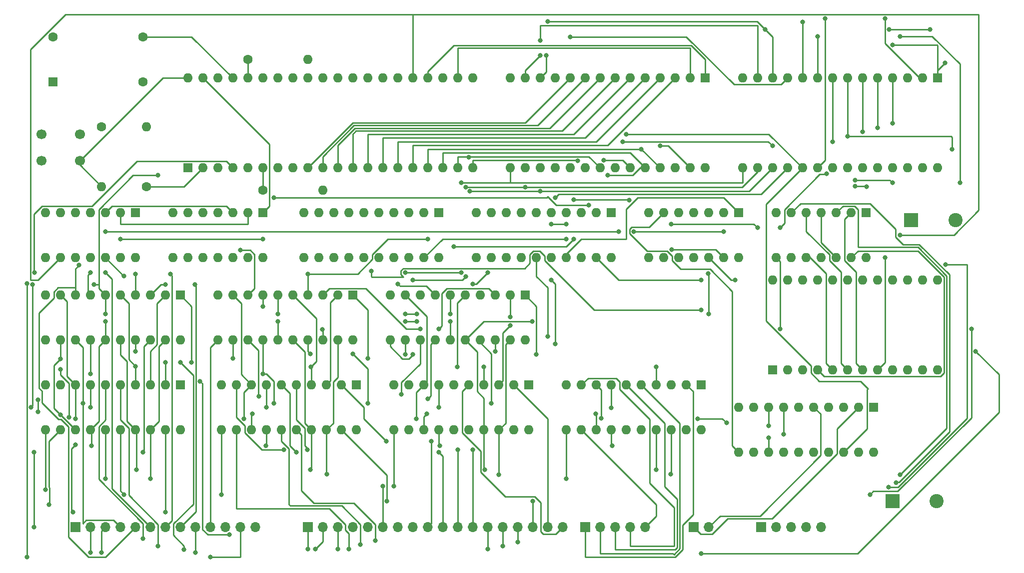
<source format=gtl>
%TF.GenerationSoftware,KiCad,Pcbnew,5.1.12-84ad8e8a86~92~ubuntu18.04.1*%
%TF.CreationDate,2022-01-22T16:21:03-05:00*%
%TF.ProjectId,kicad,6b696361-642e-46b6-9963-61645f706362,rev?*%
%TF.SameCoordinates,Original*%
%TF.FileFunction,Copper,L1,Top*%
%TF.FilePolarity,Positive*%
%FSLAX46Y46*%
G04 Gerber Fmt 4.6, Leading zero omitted, Abs format (unit mm)*
G04 Created by KiCad (PCBNEW 5.1.12-84ad8e8a86~92~ubuntu18.04.1) date 2022-01-22 16:21:03*
%MOMM*%
%LPD*%
G01*
G04 APERTURE LIST*
%TA.AperFunction,ComponentPad*%
%ADD10O,1.600000X1.600000*%
%TD*%
%TA.AperFunction,ComponentPad*%
%ADD11R,1.600000X1.600000*%
%TD*%
%TA.AperFunction,ComponentPad*%
%ADD12C,1.600000*%
%TD*%
%TA.AperFunction,ComponentPad*%
%ADD13C,1.700000*%
%TD*%
%TA.AperFunction,ComponentPad*%
%ADD14O,1.700000X1.700000*%
%TD*%
%TA.AperFunction,ComponentPad*%
%ADD15R,1.700000X1.700000*%
%TD*%
%TA.AperFunction,ComponentPad*%
%ADD16C,2.400000*%
%TD*%
%TA.AperFunction,ComponentPad*%
%ADD17R,2.400000X2.400000*%
%TD*%
%TA.AperFunction,ViaPad*%
%ADD18C,0.800000*%
%TD*%
%TA.AperFunction,Conductor*%
%ADD19C,0.250000*%
%TD*%
G04 APERTURE END LIST*
D10*
%TO.P,U18,24*%
%TO.N,+5V*%
X223520000Y-99060000D03*
%TO.P,U18,12*%
%TO.N,GND*%
X251460000Y-114300000D03*
%TO.P,U18,23*%
%TO.N,Net-(U10-Pad10)*%
X226060000Y-99060000D03*
%TO.P,U18,11*%
%TO.N,Net-(U18-Pad11)*%
X248920000Y-114300000D03*
%TO.P,U18,22*%
%TO.N,Net-(U10-Pad9)*%
X228600000Y-99060000D03*
%TO.P,U18,10*%
%TO.N,Net-(U18-Pad10)*%
X246380000Y-114300000D03*
%TO.P,U18,21*%
%TO.N,Net-(U10-Pad8)*%
X231140000Y-99060000D03*
%TO.P,U18,9*%
%TO.N,Net-(U18-Pad9)*%
X243840000Y-114300000D03*
%TO.P,U18,20*%
%TO.N,Net-(U10-Pad7)*%
X233680000Y-99060000D03*
%TO.P,U18,8*%
%TO.N,Net-(U17-Pad4)*%
X241300000Y-114300000D03*
%TO.P,U18,19*%
%TO.N,Net-(U17-Pad11)*%
X236220000Y-99060000D03*
%TO.P,U18,7*%
%TO.N,Net-(U14-Pad2)*%
X238760000Y-114300000D03*
%TO.P,U18,18*%
%TO.N,GND*%
X238760000Y-99060000D03*
%TO.P,U18,6*%
%TO.N,Net-(U14-Pad5)*%
X236220000Y-114300000D03*
%TO.P,U18,17*%
%TO.N,Net-(U18-Pad17)*%
X241300000Y-99060000D03*
%TO.P,U18,5*%
%TO.N,Net-(U14-Pad10)*%
X233680000Y-114300000D03*
%TO.P,U18,16*%
%TO.N,Net-(U18-Pad16)*%
X243840000Y-99060000D03*
%TO.P,U18,4*%
%TO.N,Net-(U14-Pad13)*%
X231140000Y-114300000D03*
%TO.P,U18,15*%
%TO.N,Net-(U18-Pad15)*%
X246380000Y-99060000D03*
%TO.P,U18,3*%
%TO.N,Net-(U18-Pad3)*%
X228600000Y-114300000D03*
%TO.P,U18,14*%
%TO.N,Net-(U18-Pad14)*%
X248920000Y-99060000D03*
%TO.P,U18,2*%
%TO.N,Net-(U18-Pad2)*%
X226060000Y-114300000D03*
%TO.P,U18,13*%
%TO.N,Net-(U18-Pad13)*%
X251460000Y-99060000D03*
D11*
%TO.P,U18,1*%
%TO.N,Net-(U18-Pad1)*%
X223520000Y-114300000D03*
%TD*%
D10*
%TO.P,U17,14*%
%TO.N,+5V*%
X217805000Y-95250000D03*
%TO.P,U17,7*%
%TO.N,GND*%
X202565000Y-87630000D03*
%TO.P,U17,13*%
%TO.N,Net-(U16-Pad19)*%
X215265000Y-95250000D03*
%TO.P,U17,6*%
%TO.N,Net-(U15-Pad11)*%
X205105000Y-87630000D03*
%TO.P,U17,12*%
%TO.N,Net-(U11-Pad19)*%
X212725000Y-95250000D03*
%TO.P,U17,5*%
%TO.N,Net-(U14-Pad1)*%
X207645000Y-87630000D03*
%TO.P,U17,11*%
%TO.N,Net-(U17-Pad11)*%
X210185000Y-95250000D03*
%TO.P,U17,4*%
%TO.N,Net-(U17-Pad4)*%
X210185000Y-87630000D03*
%TO.P,U17,10*%
%TO.N,Net-(U17-Pad10)*%
X207645000Y-95250000D03*
%TO.P,U17,3*%
%TO.N,Net-(U10-Pad20)*%
X212725000Y-87630000D03*
%TO.P,U17,9*%
%TO.N,Net-(U17-Pad9)*%
X205105000Y-95250000D03*
%TO.P,U17,2*%
%TO.N,Net-(U17-Pad2)*%
X215265000Y-87630000D03*
%TO.P,U17,8*%
%TO.N,Net-(U17-Pad8)*%
X202565000Y-95250000D03*
D11*
%TO.P,U17,1*%
%TO.N,Net-(U11-Pad17)*%
X217805000Y-87630000D03*
%TD*%
D10*
%TO.P,U16,20*%
%TO.N,+5V*%
X167005000Y-95250000D03*
%TO.P,U16,10*%
%TO.N,GND*%
X144145000Y-87630000D03*
%TO.P,U16,19*%
%TO.N,Net-(U16-Pad19)*%
X164465000Y-95250000D03*
%TO.P,U16,9*%
%TO.N,GND*%
X146685000Y-87630000D03*
%TO.P,U16,18*%
%TO.N,+5V*%
X161925000Y-95250000D03*
%TO.P,U16,8*%
%TO.N,GND*%
X149225000Y-87630000D03*
%TO.P,U16,17*%
%TO.N,Net-(U10-Pad3)*%
X159385000Y-95250000D03*
%TO.P,U16,7*%
%TO.N,GND*%
X151765000Y-87630000D03*
%TO.P,U16,16*%
%TO.N,+5V*%
X156845000Y-95250000D03*
%TO.P,U16,6*%
%TO.N,GND*%
X154305000Y-87630000D03*
%TO.P,U16,15*%
%TO.N,Net-(U10-Pad4)*%
X154305000Y-95250000D03*
%TO.P,U16,5*%
%TO.N,GND*%
X156845000Y-87630000D03*
%TO.P,U16,14*%
%TO.N,+5V*%
X151765000Y-95250000D03*
%TO.P,U16,4*%
%TO.N,GND*%
X159385000Y-87630000D03*
%TO.P,U16,13*%
%TO.N,Net-(U10-Pad5)*%
X149225000Y-95250000D03*
%TO.P,U16,3*%
%TO.N,GND*%
X161925000Y-87630000D03*
%TO.P,U16,12*%
%TO.N,+5V*%
X146685000Y-95250000D03*
%TO.P,U16,2*%
%TO.N,GND*%
X164465000Y-87630000D03*
%TO.P,U16,11*%
%TO.N,Net-(U10-Pad6)*%
X144145000Y-95250000D03*
D11*
%TO.P,U16,1*%
%TO.N,Net-(U16-Pad1)*%
X167005000Y-87630000D03*
%TD*%
D10*
%TO.P,U15,20*%
%TO.N,+5V*%
X240665000Y-128270000D03*
%TO.P,U15,10*%
%TO.N,GND*%
X217805000Y-120650000D03*
%TO.P,U15,19*%
%TO.N,Net-(U15-Pad19)*%
X238125000Y-128270000D03*
%TO.P,U15,9*%
%TO.N,Net-(U15-Pad9)*%
X220345000Y-120650000D03*
%TO.P,U15,18*%
%TO.N,Net-(U1-Pad18)*%
X235585000Y-128270000D03*
%TO.P,U15,8*%
%TO.N,Net-(U1-Pad8)*%
X222885000Y-120650000D03*
%TO.P,U15,17*%
%TO.N,Net-(U1-Pad17)*%
X233045000Y-128270000D03*
%TO.P,U15,7*%
%TO.N,Net-(U1-Pad7)*%
X225425000Y-120650000D03*
%TO.P,U15,16*%
%TO.N,Net-(U15-Pad16)*%
X230505000Y-128270000D03*
%TO.P,U15,6*%
%TO.N,Net-(U15-Pad6)*%
X227965000Y-120650000D03*
%TO.P,U15,15*%
%TO.N,Net-(U15-Pad15)*%
X227965000Y-128270000D03*
%TO.P,U15,5*%
%TO.N,Net-(J5-Pad2)*%
X230505000Y-120650000D03*
%TO.P,U15,14*%
%TO.N,Net-(U1-Pad14)*%
X225425000Y-128270000D03*
%TO.P,U15,4*%
%TO.N,Net-(U1-Pad4)*%
X233045000Y-120650000D03*
%TO.P,U15,13*%
%TO.N,Net-(U1-Pad13)*%
X222885000Y-128270000D03*
%TO.P,U15,3*%
%TO.N,Net-(U1-Pad3)*%
X235585000Y-120650000D03*
%TO.P,U15,12*%
%TO.N,Net-(U15-Pad12)*%
X220345000Y-128270000D03*
%TO.P,U15,2*%
%TO.N,Net-(J5-Pad1)*%
X238125000Y-120650000D03*
%TO.P,U15,11*%
%TO.N,Net-(U15-Pad11)*%
X217805000Y-128270000D03*
D11*
%TO.P,U15,1*%
%TO.N,GND*%
X240665000Y-120650000D03*
%TD*%
D10*
%TO.P,U14,14*%
%TO.N,+5V*%
X239395000Y-95250000D03*
%TO.P,U14,7*%
%TO.N,GND*%
X224155000Y-87630000D03*
%TO.P,U14,13*%
%TO.N,Net-(U14-Pad13)*%
X236855000Y-95250000D03*
%TO.P,U14,6*%
%TO.N,Net-(U14-Pad6)*%
X226695000Y-87630000D03*
%TO.P,U14,12*%
%TO.N,Net-(U14-Pad1)*%
X234315000Y-95250000D03*
%TO.P,U14,5*%
%TO.N,Net-(U14-Pad5)*%
X229235000Y-87630000D03*
%TO.P,U14,11*%
%TO.N,Net-(U1-Pad11)*%
X231775000Y-95250000D03*
%TO.P,U14,4*%
%TO.N,Net-(U14-Pad1)*%
X231775000Y-87630000D03*
%TO.P,U14,10*%
%TO.N,Net-(U14-Pad10)*%
X229235000Y-95250000D03*
%TO.P,U14,3*%
%TO.N,Net-(U12-Pad11)*%
X234315000Y-87630000D03*
%TO.P,U14,9*%
%TO.N,Net-(U14-Pad1)*%
X226695000Y-95250000D03*
%TO.P,U14,2*%
%TO.N,Net-(U14-Pad2)*%
X236855000Y-87630000D03*
%TO.P,U14,8*%
%TO.N,Net-(U14-Pad8)*%
X224155000Y-95250000D03*
D11*
%TO.P,U14,1*%
%TO.N,Net-(U14-Pad1)*%
X239395000Y-87630000D03*
%TD*%
D10*
%TO.P,U13,28*%
%TO.N,+5V*%
X251460000Y-80010000D03*
%TO.P,U13,14*%
%TO.N,GND*%
X218440000Y-64770000D03*
%TO.P,U13,27*%
%TO.N,+5V*%
X248920000Y-80010000D03*
%TO.P,U13,13*%
%TO.N,Net-(U1-Pad7)*%
X220980000Y-64770000D03*
%TO.P,U13,26*%
%TO.N,Net-(U10-Pad26)*%
X246380000Y-80010000D03*
%TO.P,U13,12*%
%TO.N,Net-(U1-Pad4)*%
X223520000Y-64770000D03*
%TO.P,U13,25*%
%TO.N,Net-(U10-Pad25)*%
X243840000Y-80010000D03*
%TO.P,U13,11*%
%TO.N,Net-(U1-Pad3)*%
X226060000Y-64770000D03*
%TO.P,U13,24*%
%TO.N,Net-(U10-Pad24)*%
X241300000Y-80010000D03*
%TO.P,U13,10*%
%TO.N,Net-(U10-Pad10)*%
X228600000Y-64770000D03*
%TO.P,U13,23*%
%TO.N,Net-(U10-Pad23)*%
X238760000Y-80010000D03*
%TO.P,U13,9*%
%TO.N,Net-(U10-Pad9)*%
X231140000Y-64770000D03*
%TO.P,U13,22*%
%TO.N,GND*%
X236220000Y-80010000D03*
%TO.P,U13,8*%
%TO.N,Net-(U10-Pad8)*%
X233680000Y-64770000D03*
%TO.P,U13,21*%
%TO.N,Net-(U10-Pad21)*%
X233680000Y-80010000D03*
%TO.P,U13,7*%
%TO.N,Net-(U10-Pad7)*%
X236220000Y-64770000D03*
%TO.P,U13,20*%
%TO.N,Net-(U13-Pad20)*%
X231140000Y-80010000D03*
%TO.P,U13,6*%
%TO.N,Net-(U10-Pad6)*%
X238760000Y-64770000D03*
%TO.P,U13,19*%
%TO.N,Net-(U1-Pad18)*%
X228600000Y-80010000D03*
%TO.P,U13,5*%
%TO.N,Net-(U10-Pad5)*%
X241300000Y-64770000D03*
%TO.P,U13,18*%
%TO.N,Net-(U1-Pad17)*%
X226060000Y-80010000D03*
%TO.P,U13,4*%
%TO.N,Net-(U10-Pad4)*%
X243840000Y-64770000D03*
%TO.P,U13,17*%
%TO.N,Net-(U1-Pad14)*%
X223520000Y-80010000D03*
%TO.P,U13,3*%
%TO.N,Net-(U10-Pad3)*%
X246380000Y-64770000D03*
%TO.P,U13,16*%
%TO.N,Net-(U1-Pad13)*%
X220980000Y-80010000D03*
%TO.P,U13,2*%
%TO.N,Net-(U10-Pad2)*%
X248920000Y-64770000D03*
%TO.P,U13,15*%
%TO.N,Net-(U1-Pad8)*%
X218440000Y-80010000D03*
D11*
%TO.P,U13,1*%
%TO.N,Net-(U10-Pad1)*%
X251460000Y-64770000D03*
%TD*%
D10*
%TO.P,U12,20*%
%TO.N,+5V*%
X211455000Y-124460000D03*
%TO.P,U12,10*%
%TO.N,GND*%
X188595000Y-116840000D03*
%TO.P,U12,19*%
%TO.N,Net-(U12-Pad19)*%
X208915000Y-124460000D03*
%TO.P,U12,9*%
%TO.N,Net-(J4-Pad4)*%
X191135000Y-116840000D03*
%TO.P,U12,18*%
%TO.N,Net-(U1-Pad18)*%
X206375000Y-124460000D03*
%TO.P,U12,8*%
%TO.N,Net-(U1-Pad8)*%
X193675000Y-116840000D03*
%TO.P,U12,17*%
%TO.N,Net-(U1-Pad17)*%
X203835000Y-124460000D03*
%TO.P,U12,7*%
%TO.N,Net-(U1-Pad7)*%
X196215000Y-116840000D03*
%TO.P,U12,16*%
%TO.N,Net-(U12-Pad16)*%
X201295000Y-124460000D03*
%TO.P,U12,6*%
%TO.N,Net-(J4-Pad3)*%
X198755000Y-116840000D03*
%TO.P,U12,15*%
%TO.N,Net-(U12-Pad15)*%
X198755000Y-124460000D03*
%TO.P,U12,5*%
%TO.N,Net-(J4-Pad2)*%
X201295000Y-116840000D03*
%TO.P,U12,14*%
%TO.N,Net-(U1-Pad14)*%
X196215000Y-124460000D03*
%TO.P,U12,4*%
%TO.N,Net-(U1-Pad4)*%
X203835000Y-116840000D03*
%TO.P,U12,13*%
%TO.N,Net-(U1-Pad13)*%
X193675000Y-124460000D03*
%TO.P,U12,3*%
%TO.N,Net-(U1-Pad3)*%
X206375000Y-116840000D03*
%TO.P,U12,12*%
%TO.N,Net-(J4-Pad5)*%
X191135000Y-124460000D03*
%TO.P,U12,2*%
%TO.N,Net-(J4-Pad1)*%
X208915000Y-116840000D03*
%TO.P,U12,11*%
%TO.N,Net-(U12-Pad11)*%
X188595000Y-124460000D03*
D11*
%TO.P,U12,1*%
%TO.N,GND*%
X211455000Y-116840000D03*
%TD*%
D10*
%TO.P,U11,20*%
%TO.N,+5V*%
X196215000Y-95250000D03*
%TO.P,U11,10*%
%TO.N,GND*%
X173355000Y-87630000D03*
%TO.P,U11,19*%
%TO.N,Net-(U11-Pad19)*%
X193675000Y-95250000D03*
%TO.P,U11,9*%
%TO.N,+5V*%
X175895000Y-87630000D03*
%TO.P,U11,18*%
%TO.N,GND*%
X191135000Y-95250000D03*
%TO.P,U11,8*%
%TO.N,Net-(U10-Pad23)*%
X178435000Y-87630000D03*
%TO.P,U11,17*%
%TO.N,Net-(U11-Pad17)*%
X188595000Y-95250000D03*
%TO.P,U11,7*%
%TO.N,+5V*%
X180975000Y-87630000D03*
%TO.P,U11,16*%
X186055000Y-95250000D03*
%TO.P,U11,6*%
%TO.N,Net-(U10-Pad21)*%
X183515000Y-87630000D03*
%TO.P,U11,15*%
%TO.N,Net-(U10-Pad1)*%
X183515000Y-95250000D03*
%TO.P,U11,5*%
%TO.N,+5V*%
X186055000Y-87630000D03*
%TO.P,U11,14*%
X180975000Y-95250000D03*
%TO.P,U11,4*%
%TO.N,Net-(U10-Pad24)*%
X188595000Y-87630000D03*
%TO.P,U11,13*%
%TO.N,Net-(U10-Pad26)*%
X178435000Y-95250000D03*
%TO.P,U11,3*%
%TO.N,+5V*%
X191135000Y-87630000D03*
%TO.P,U11,12*%
X175895000Y-95250000D03*
%TO.P,U11,2*%
%TO.N,Net-(U10-Pad25)*%
X193675000Y-87630000D03*
%TO.P,U11,11*%
%TO.N,Net-(U10-Pad2)*%
X173355000Y-95250000D03*
D11*
%TO.P,U11,1*%
%TO.N,Net-(U11-Pad1)*%
X196215000Y-87630000D03*
%TD*%
D10*
%TO.P,U10,28*%
%TO.N,+5V*%
X212090000Y-80010000D03*
%TO.P,U10,14*%
%TO.N,GND*%
X179070000Y-64770000D03*
%TO.P,U10,27*%
%TO.N,Net-(U10-Pad27)*%
X209550000Y-80010000D03*
%TO.P,U10,13*%
%TO.N,Net-(U1-Pad7)*%
X181610000Y-64770000D03*
%TO.P,U10,26*%
%TO.N,Net-(U10-Pad26)*%
X207010000Y-80010000D03*
%TO.P,U10,12*%
%TO.N,Net-(U1-Pad4)*%
X184150000Y-64770000D03*
%TO.P,U10,25*%
%TO.N,Net-(U10-Pad25)*%
X204470000Y-80010000D03*
%TO.P,U10,11*%
%TO.N,Net-(U1-Pad3)*%
X186690000Y-64770000D03*
%TO.P,U10,24*%
%TO.N,Net-(U10-Pad24)*%
X201930000Y-80010000D03*
%TO.P,U10,10*%
%TO.N,Net-(U10-Pad10)*%
X189230000Y-64770000D03*
%TO.P,U10,23*%
%TO.N,Net-(U10-Pad23)*%
X199390000Y-80010000D03*
%TO.P,U10,9*%
%TO.N,Net-(U10-Pad9)*%
X191770000Y-64770000D03*
%TO.P,U10,22*%
%TO.N,Net-(U10-Pad22)*%
X196850000Y-80010000D03*
%TO.P,U10,8*%
%TO.N,Net-(U10-Pad8)*%
X194310000Y-64770000D03*
%TO.P,U10,21*%
%TO.N,Net-(U10-Pad21)*%
X194310000Y-80010000D03*
%TO.P,U10,7*%
%TO.N,Net-(U10-Pad7)*%
X196850000Y-64770000D03*
%TO.P,U10,20*%
%TO.N,Net-(U10-Pad20)*%
X191770000Y-80010000D03*
%TO.P,U10,6*%
%TO.N,Net-(U10-Pad6)*%
X199390000Y-64770000D03*
%TO.P,U10,19*%
%TO.N,Net-(U1-Pad18)*%
X189230000Y-80010000D03*
%TO.P,U10,5*%
%TO.N,Net-(U10-Pad5)*%
X201930000Y-64770000D03*
%TO.P,U10,18*%
%TO.N,Net-(U1-Pad17)*%
X186690000Y-80010000D03*
%TO.P,U10,4*%
%TO.N,Net-(U10-Pad4)*%
X204470000Y-64770000D03*
%TO.P,U10,17*%
%TO.N,Net-(U1-Pad14)*%
X184150000Y-80010000D03*
%TO.P,U10,3*%
%TO.N,Net-(U10-Pad3)*%
X207010000Y-64770000D03*
%TO.P,U10,16*%
%TO.N,Net-(U1-Pad13)*%
X181610000Y-80010000D03*
%TO.P,U10,2*%
%TO.N,Net-(U10-Pad2)*%
X209550000Y-64770000D03*
%TO.P,U10,15*%
%TO.N,Net-(U1-Pad8)*%
X179070000Y-80010000D03*
D11*
%TO.P,U10,1*%
%TO.N,Net-(U10-Pad1)*%
X212090000Y-64770000D03*
%TD*%
D10*
%TO.P,U9,20*%
%TO.N,+5V*%
X181610000Y-109220000D03*
%TO.P,U9,10*%
%TO.N,GND*%
X158750000Y-101600000D03*
%TO.P,U9,19*%
%TO.N,Net-(U1-Pad18)*%
X179070000Y-109220000D03*
%TO.P,U9,9*%
%TO.N,Net-(U1-Pad8)*%
X161290000Y-101600000D03*
%TO.P,U9,18*%
%TO.N,Net-(J1-Pad1)*%
X176530000Y-109220000D03*
%TO.P,U9,8*%
%TO.N,Net-(J1-Pad5)*%
X163830000Y-101600000D03*
%TO.P,U9,17*%
%TO.N,Net-(J1-Pad2)*%
X173990000Y-109220000D03*
%TO.P,U9,7*%
%TO.N,Net-(J1-Pad6)*%
X166370000Y-101600000D03*
%TO.P,U9,16*%
%TO.N,Net-(U1-Pad17)*%
X171450000Y-109220000D03*
%TO.P,U9,6*%
%TO.N,Net-(U1-Pad7)*%
X168910000Y-101600000D03*
%TO.P,U9,15*%
%TO.N,Net-(U1-Pad14)*%
X168910000Y-109220000D03*
%TO.P,U9,5*%
%TO.N,Net-(U1-Pad4)*%
X171450000Y-101600000D03*
%TO.P,U9,14*%
%TO.N,Net-(J1-Pad3)*%
X166370000Y-109220000D03*
%TO.P,U9,4*%
%TO.N,Net-(J1-Pad7)*%
X173990000Y-101600000D03*
%TO.P,U9,13*%
%TO.N,Net-(J1-Pad4)*%
X163830000Y-109220000D03*
%TO.P,U9,3*%
%TO.N,Net-(J1-Pad8)*%
X176530000Y-101600000D03*
%TO.P,U9,12*%
%TO.N,Net-(U1-Pad13)*%
X161290000Y-109220000D03*
%TO.P,U9,2*%
%TO.N,Net-(U1-Pad3)*%
X179070000Y-101600000D03*
%TO.P,U9,11*%
%TO.N,Net-(J1-Pad9)*%
X158750000Y-109220000D03*
D11*
%TO.P,U9,1*%
%TO.N,Net-(U18-Pad3)*%
X181610000Y-101600000D03*
%TD*%
D10*
%TO.P,U8,20*%
%TO.N,+5V*%
X182245000Y-124460000D03*
%TO.P,U8,10*%
%TO.N,GND*%
X159385000Y-116840000D03*
%TO.P,U8,19*%
%TO.N,Net-(U8-Pad19)*%
X179705000Y-124460000D03*
%TO.P,U8,9*%
%TO.N,Net-(U8-Pad9)*%
X161925000Y-116840000D03*
%TO.P,U8,18*%
%TO.N,Net-(U1-Pad18)*%
X177165000Y-124460000D03*
%TO.P,U8,8*%
%TO.N,Net-(U1-Pad8)*%
X164465000Y-116840000D03*
%TO.P,U8,17*%
%TO.N,Net-(U1-Pad17)*%
X174625000Y-124460000D03*
%TO.P,U8,7*%
%TO.N,Net-(U1-Pad7)*%
X167005000Y-116840000D03*
%TO.P,U8,16*%
%TO.N,Net-(U8-Pad16)*%
X172085000Y-124460000D03*
%TO.P,U8,6*%
%TO.N,Net-(U8-Pad6)*%
X169545000Y-116840000D03*
%TO.P,U8,15*%
%TO.N,Net-(U8-Pad15)*%
X169545000Y-124460000D03*
%TO.P,U8,5*%
%TO.N,Net-(J3-Pad18)*%
X172085000Y-116840000D03*
%TO.P,U8,14*%
%TO.N,Net-(U1-Pad14)*%
X167005000Y-124460000D03*
%TO.P,U8,4*%
%TO.N,Net-(U1-Pad4)*%
X174625000Y-116840000D03*
%TO.P,U8,13*%
%TO.N,Net-(U1-Pad13)*%
X164465000Y-124460000D03*
%TO.P,U8,3*%
%TO.N,Net-(U1-Pad3)*%
X177165000Y-116840000D03*
%TO.P,U8,12*%
%TO.N,Net-(U8-Pad12)*%
X161925000Y-124460000D03*
%TO.P,U8,2*%
%TO.N,Net-(J3-Pad17)*%
X179705000Y-116840000D03*
%TO.P,U8,11*%
%TO.N,Net-(U14-Pad6)*%
X159385000Y-124460000D03*
D11*
%TO.P,U8,1*%
%TO.N,GND*%
X182245000Y-116840000D03*
%TD*%
D10*
%TO.P,U7,14*%
%TO.N,+5V*%
X137160000Y-95250000D03*
%TO.P,U7,7*%
%TO.N,GND*%
X121920000Y-87630000D03*
%TO.P,U7,13*%
%TO.N,Net-(U7-Pad13)*%
X134620000Y-95250000D03*
%TO.P,U7,6*%
%TO.N,Net-(U7-Pad6)*%
X124460000Y-87630000D03*
%TO.P,U7,12*%
%TO.N,Net-(U7-Pad12)*%
X132080000Y-95250000D03*
%TO.P,U7,5*%
%TO.N,Net-(U7-Pad5)*%
X127000000Y-87630000D03*
%TO.P,U7,11*%
%TO.N,Net-(U7-Pad11)*%
X129540000Y-95250000D03*
%TO.P,U7,4*%
%TO.N,Net-(U7-Pad4)*%
X129540000Y-87630000D03*
%TO.P,U7,10*%
%TO.N,Net-(U7-Pad10)*%
X127000000Y-95250000D03*
%TO.P,U7,3*%
%TO.N,Net-(U3-Pad3)*%
X132080000Y-87630000D03*
%TO.P,U7,9*%
%TO.N,Net-(U7-Pad9)*%
X124460000Y-95250000D03*
%TO.P,U7,2*%
%TO.N,Net-(U10-Pad22)*%
X134620000Y-87630000D03*
%TO.P,U7,8*%
%TO.N,Net-(U7-Pad8)*%
X121920000Y-95250000D03*
D11*
%TO.P,U7,1*%
%TO.N,Net-(U3-Pad13)*%
X137160000Y-87630000D03*
%TD*%
D10*
%TO.P,U6,20*%
%TO.N,+5V*%
X152400000Y-109220000D03*
%TO.P,U6,10*%
%TO.N,GND*%
X129540000Y-101600000D03*
%TO.P,U6,19*%
%TO.N,Net-(U1-Pad18)*%
X149860000Y-109220000D03*
%TO.P,U6,9*%
%TO.N,Net-(U1-Pad8)*%
X132080000Y-101600000D03*
%TO.P,U6,18*%
%TO.N,Net-(J1-Pad1)*%
X147320000Y-109220000D03*
%TO.P,U6,8*%
%TO.N,Net-(J1-Pad5)*%
X134620000Y-101600000D03*
%TO.P,U6,17*%
%TO.N,Net-(J1-Pad2)*%
X144780000Y-109220000D03*
%TO.P,U6,7*%
%TO.N,Net-(J1-Pad6)*%
X137160000Y-101600000D03*
%TO.P,U6,16*%
%TO.N,Net-(U1-Pad17)*%
X142240000Y-109220000D03*
%TO.P,U6,6*%
%TO.N,Net-(U1-Pad7)*%
X139700000Y-101600000D03*
%TO.P,U6,15*%
%TO.N,Net-(U1-Pad14)*%
X139700000Y-109220000D03*
%TO.P,U6,5*%
%TO.N,Net-(U1-Pad4)*%
X142240000Y-101600000D03*
%TO.P,U6,14*%
%TO.N,Net-(J1-Pad3)*%
X137160000Y-109220000D03*
%TO.P,U6,4*%
%TO.N,Net-(J1-Pad7)*%
X144780000Y-101600000D03*
%TO.P,U6,13*%
%TO.N,Net-(J1-Pad4)*%
X134620000Y-109220000D03*
%TO.P,U6,3*%
%TO.N,Net-(J1-Pad8)*%
X147320000Y-101600000D03*
%TO.P,U6,12*%
%TO.N,Net-(U1-Pad13)*%
X132080000Y-109220000D03*
%TO.P,U6,2*%
%TO.N,Net-(U1-Pad3)*%
X149860000Y-101600000D03*
%TO.P,U6,11*%
%TO.N,Net-(J1-Pad10)*%
X129540000Y-109220000D03*
D11*
%TO.P,U6,1*%
%TO.N,Net-(U18-Pad2)*%
X152400000Y-101600000D03*
%TD*%
D10*
%TO.P,U5,20*%
%TO.N,+5V*%
X153035000Y-124460000D03*
%TO.P,U5,10*%
%TO.N,GND*%
X130175000Y-116840000D03*
%TO.P,U5,19*%
%TO.N,Net-(J3-Pad16)*%
X150495000Y-124460000D03*
%TO.P,U5,9*%
%TO.N,Net-(J3-Pad12)*%
X132715000Y-116840000D03*
%TO.P,U5,18*%
%TO.N,Net-(U1-Pad18)*%
X147955000Y-124460000D03*
%TO.P,U5,8*%
%TO.N,Net-(U1-Pad8)*%
X135255000Y-116840000D03*
%TO.P,U5,17*%
%TO.N,Net-(U1-Pad17)*%
X145415000Y-124460000D03*
%TO.P,U5,7*%
%TO.N,Net-(U1-Pad7)*%
X137795000Y-116840000D03*
%TO.P,U5,16*%
%TO.N,Net-(J3-Pad15)*%
X142875000Y-124460000D03*
%TO.P,U5,6*%
%TO.N,Net-(J3-Pad11)*%
X140335000Y-116840000D03*
%TO.P,U5,15*%
%TO.N,Net-(J3-Pad14)*%
X140335000Y-124460000D03*
%TO.P,U5,5*%
%TO.N,Net-(J3-Pad10)*%
X142875000Y-116840000D03*
%TO.P,U5,14*%
%TO.N,Net-(U1-Pad14)*%
X137795000Y-124460000D03*
%TO.P,U5,4*%
%TO.N,Net-(U1-Pad4)*%
X145415000Y-116840000D03*
%TO.P,U5,13*%
%TO.N,Net-(U1-Pad13)*%
X135255000Y-124460000D03*
%TO.P,U5,3*%
%TO.N,Net-(U1-Pad3)*%
X147955000Y-116840000D03*
%TO.P,U5,12*%
%TO.N,Net-(J3-Pad13)*%
X132715000Y-124460000D03*
%TO.P,U5,2*%
%TO.N,Net-(J3-Pad9)*%
X150495000Y-116840000D03*
%TO.P,U5,11*%
%TO.N,Net-(U14-Pad8)*%
X130175000Y-124460000D03*
D11*
%TO.P,U5,1*%
%TO.N,GND*%
X153035000Y-116840000D03*
%TD*%
D10*
%TO.P,U4,40*%
%TO.N,Net-(R2-Pad2)*%
X124460000Y-64770000D03*
%TO.P,U4,20*%
%TO.N,Net-(U10-Pad23)*%
X172720000Y-80010000D03*
%TO.P,U4,39*%
%TO.N,Net-(U3-Pad13)*%
X127000000Y-64770000D03*
%TO.P,U4,19*%
%TO.N,Net-(U10-Pad21)*%
X170180000Y-80010000D03*
%TO.P,U4,38*%
%TO.N,+5V*%
X129540000Y-64770000D03*
%TO.P,U4,18*%
%TO.N,Net-(U10-Pad24)*%
X167640000Y-80010000D03*
%TO.P,U4,37*%
%TO.N,Net-(U4-Pad37)*%
X132080000Y-64770000D03*
%TO.P,U4,17*%
%TO.N,Net-(U10-Pad25)*%
X165100000Y-80010000D03*
%TO.P,U4,36*%
%TO.N,Net-(R4-Pad1)*%
X134620000Y-64770000D03*
%TO.P,U4,16*%
%TO.N,Net-(U10-Pad3)*%
X162560000Y-80010000D03*
%TO.P,U4,35*%
%TO.N,Net-(U4-Pad35)*%
X137160000Y-64770000D03*
%TO.P,U4,15*%
%TO.N,Net-(U10-Pad4)*%
X160020000Y-80010000D03*
%TO.P,U4,34*%
%TO.N,Net-(U3-Pad1)*%
X139700000Y-64770000D03*
%TO.P,U4,14*%
%TO.N,Net-(U10-Pad5)*%
X157480000Y-80010000D03*
%TO.P,U4,33*%
%TO.N,Net-(U1-Pad3)*%
X142240000Y-64770000D03*
%TO.P,U4,13*%
%TO.N,Net-(U10-Pad6)*%
X154940000Y-80010000D03*
%TO.P,U4,32*%
%TO.N,Net-(U1-Pad4)*%
X144780000Y-64770000D03*
%TO.P,U4,12*%
%TO.N,Net-(U10-Pad7)*%
X152400000Y-80010000D03*
%TO.P,U4,31*%
%TO.N,Net-(U1-Pad7)*%
X147320000Y-64770000D03*
%TO.P,U4,11*%
%TO.N,Net-(U10-Pad8)*%
X149860000Y-80010000D03*
%TO.P,U4,30*%
%TO.N,Net-(U1-Pad8)*%
X149860000Y-64770000D03*
%TO.P,U4,10*%
%TO.N,Net-(U10-Pad9)*%
X147320000Y-80010000D03*
%TO.P,U4,29*%
%TO.N,Net-(U1-Pad13)*%
X152400000Y-64770000D03*
%TO.P,U4,9*%
%TO.N,Net-(U10-Pad10)*%
X144780000Y-80010000D03*
%TO.P,U4,28*%
%TO.N,Net-(U1-Pad14)*%
X154940000Y-64770000D03*
%TO.P,U4,8*%
%TO.N,+5V*%
X142240000Y-80010000D03*
%TO.P,U4,27*%
%TO.N,Net-(U1-Pad17)*%
X157480000Y-64770000D03*
%TO.P,U4,7*%
%TO.N,Net-(U4-Pad7)*%
X139700000Y-80010000D03*
%TO.P,U4,26*%
%TO.N,Net-(U1-Pad18)*%
X160020000Y-64770000D03*
%TO.P,U4,6*%
%TO.N,Net-(R3-Pad1)*%
X137160000Y-80010000D03*
%TO.P,U4,25*%
%TO.N,Net-(U11-Pad17)*%
X162560000Y-64770000D03*
%TO.P,U4,5*%
%TO.N,Net-(U4-Pad5)*%
X134620000Y-80010000D03*
%TO.P,U4,24*%
%TO.N,Net-(U10-Pad1)*%
X165100000Y-64770000D03*
%TO.P,U4,4*%
%TO.N,Net-(J1-Pad12)*%
X132080000Y-80010000D03*
%TO.P,U4,23*%
%TO.N,Net-(U10-Pad26)*%
X167640000Y-64770000D03*
%TO.P,U4,3*%
%TO.N,Net-(U4-Pad3)*%
X129540000Y-80010000D03*
%TO.P,U4,22*%
%TO.N,Net-(U10-Pad2)*%
X170180000Y-64770000D03*
%TO.P,U4,2*%
%TO.N,Net-(R1-Pad1)*%
X127000000Y-80010000D03*
%TO.P,U4,21*%
%TO.N,GND*%
X172720000Y-64770000D03*
D11*
%TO.P,U4,1*%
%TO.N,Net-(U4-Pad1)*%
X124460000Y-80010000D03*
%TD*%
D10*
%TO.P,U3,14*%
%TO.N,+5V*%
X115570000Y-95250000D03*
%TO.P,U3,7*%
%TO.N,GND*%
X100330000Y-87630000D03*
%TO.P,U3,13*%
%TO.N,Net-(U3-Pad13)*%
X113030000Y-95250000D03*
%TO.P,U3,6*%
%TO.N,Net-(U17-Pad2)*%
X102870000Y-87630000D03*
%TO.P,U3,12*%
%TO.N,Net-(U14-Pad1)*%
X110490000Y-95250000D03*
%TO.P,U3,5*%
%TO.N,Net-(U17-Pad11)*%
X105410000Y-87630000D03*
%TO.P,U3,11*%
%TO.N,Net-(U3-Pad11)*%
X107950000Y-95250000D03*
%TO.P,U3,4*%
%TO.N,Net-(U10-Pad27)*%
X107950000Y-87630000D03*
%TO.P,U3,10*%
%TO.N,Net-(U3-Pad10)*%
X105410000Y-95250000D03*
%TO.P,U3,3*%
%TO.N,Net-(U3-Pad3)*%
X110490000Y-87630000D03*
%TO.P,U3,9*%
%TO.N,Net-(U11-Pad17)*%
X102870000Y-95250000D03*
%TO.P,U3,2*%
%TO.N,Net-(U10-Pad22)*%
X113030000Y-87630000D03*
%TO.P,U3,8*%
%TO.N,Net-(U13-Pad20)*%
X100330000Y-95250000D03*
D11*
%TO.P,U3,1*%
%TO.N,Net-(U3-Pad1)*%
X115570000Y-87630000D03*
%TD*%
D10*
%TO.P,U2,20*%
%TO.N,+5V*%
X123190000Y-109220000D03*
%TO.P,U2,10*%
%TO.N,GND*%
X100330000Y-101600000D03*
%TO.P,U2,19*%
%TO.N,Net-(U1-Pad18)*%
X120650000Y-109220000D03*
%TO.P,U2,9*%
%TO.N,Net-(U1-Pad8)*%
X102870000Y-101600000D03*
%TO.P,U2,18*%
%TO.N,Net-(J1-Pad1)*%
X118110000Y-109220000D03*
%TO.P,U2,8*%
%TO.N,Net-(J1-Pad5)*%
X105410000Y-101600000D03*
%TO.P,U2,17*%
%TO.N,Net-(J1-Pad2)*%
X115570000Y-109220000D03*
%TO.P,U2,7*%
%TO.N,Net-(J1-Pad6)*%
X107950000Y-101600000D03*
%TO.P,U2,16*%
%TO.N,Net-(U1-Pad17)*%
X113030000Y-109220000D03*
%TO.P,U2,6*%
%TO.N,Net-(U1-Pad7)*%
X110490000Y-101600000D03*
%TO.P,U2,15*%
%TO.N,Net-(U1-Pad14)*%
X110490000Y-109220000D03*
%TO.P,U2,5*%
%TO.N,Net-(U1-Pad4)*%
X113030000Y-101600000D03*
%TO.P,U2,14*%
%TO.N,Net-(J1-Pad3)*%
X107950000Y-109220000D03*
%TO.P,U2,4*%
%TO.N,Net-(J1-Pad7)*%
X115570000Y-101600000D03*
%TO.P,U2,13*%
%TO.N,Net-(J1-Pad4)*%
X105410000Y-109220000D03*
%TO.P,U2,3*%
%TO.N,Net-(J1-Pad8)*%
X118110000Y-101600000D03*
%TO.P,U2,12*%
%TO.N,Net-(U1-Pad13)*%
X102870000Y-109220000D03*
%TO.P,U2,2*%
%TO.N,Net-(U1-Pad3)*%
X120650000Y-101600000D03*
%TO.P,U2,11*%
%TO.N,Net-(J1-Pad11)*%
X100330000Y-109220000D03*
D11*
%TO.P,U2,1*%
%TO.N,Net-(U18-Pad1)*%
X123190000Y-101600000D03*
%TD*%
D10*
%TO.P,U1,20*%
%TO.N,+5V*%
X123190000Y-124460000D03*
%TO.P,U1,10*%
%TO.N,GND*%
X100330000Y-116840000D03*
%TO.P,U1,19*%
%TO.N,Net-(J3-Pad8)*%
X120650000Y-124460000D03*
%TO.P,U1,9*%
%TO.N,Net-(J3-Pad4)*%
X102870000Y-116840000D03*
%TO.P,U1,18*%
%TO.N,Net-(U1-Pad18)*%
X118110000Y-124460000D03*
%TO.P,U1,8*%
%TO.N,Net-(U1-Pad8)*%
X105410000Y-116840000D03*
%TO.P,U1,17*%
%TO.N,Net-(U1-Pad17)*%
X115570000Y-124460000D03*
%TO.P,U1,7*%
%TO.N,Net-(U1-Pad7)*%
X107950000Y-116840000D03*
%TO.P,U1,16*%
%TO.N,Net-(J3-Pad7)*%
X113030000Y-124460000D03*
%TO.P,U1,6*%
%TO.N,Net-(J3-Pad3)*%
X110490000Y-116840000D03*
%TO.P,U1,15*%
%TO.N,Net-(J3-Pad6)*%
X110490000Y-124460000D03*
%TO.P,U1,5*%
%TO.N,Net-(J3-Pad2)*%
X113030000Y-116840000D03*
%TO.P,U1,14*%
%TO.N,Net-(U1-Pad14)*%
X107950000Y-124460000D03*
%TO.P,U1,4*%
%TO.N,Net-(U1-Pad4)*%
X115570000Y-116840000D03*
%TO.P,U1,13*%
%TO.N,Net-(U1-Pad13)*%
X105410000Y-124460000D03*
%TO.P,U1,3*%
%TO.N,Net-(U1-Pad3)*%
X118110000Y-116840000D03*
%TO.P,U1,12*%
%TO.N,Net-(J3-Pad5)*%
X102870000Y-124460000D03*
%TO.P,U1,2*%
%TO.N,Net-(J3-Pad1)*%
X120650000Y-116840000D03*
%TO.P,U1,11*%
%TO.N,Net-(U1-Pad11)*%
X100330000Y-124460000D03*
D11*
%TO.P,U1,1*%
%TO.N,GND*%
X123190000Y-116840000D03*
%TD*%
D12*
%TO.P,X1,7*%
%TO.N,GND*%
X116840000Y-65405000D03*
%TO.P,X1,8*%
%TO.N,Net-(U4-Pad37)*%
X116840000Y-57785000D03*
%TO.P,X1,14*%
%TO.N,+5V*%
X101600000Y-57785000D03*
D11*
%TO.P,X1,1*%
%TO.N,Net-(X1-Pad1)*%
X101600000Y-65405000D03*
%TD*%
D13*
%TO.P,SW1,1*%
%TO.N,Net-(SW1-Pad1)*%
X99695000Y-74295000D03*
%TO.P,SW1,2*%
%TO.N,GND*%
X106195000Y-74295000D03*
%TO.P,SW1,3*%
%TO.N,Net-(SW1-Pad3)*%
X99695000Y-78795000D03*
%TO.P,SW1,4*%
%TO.N,Net-(R2-Pad2)*%
X106195000Y-78795000D03*
%TD*%
D10*
%TO.P,R4,2*%
%TO.N,+5V*%
X144780000Y-61595000D03*
D12*
%TO.P,R4,1*%
%TO.N,Net-(R4-Pad1)*%
X134620000Y-61595000D03*
%TD*%
D10*
%TO.P,R3,2*%
%TO.N,+5V*%
X147320000Y-83820000D03*
D12*
%TO.P,R3,1*%
%TO.N,Net-(R3-Pad1)*%
X137160000Y-83820000D03*
%TD*%
D10*
%TO.P,R2,2*%
%TO.N,Net-(R2-Pad2)*%
X109855000Y-83185000D03*
D12*
%TO.P,R2,1*%
%TO.N,+5V*%
X109855000Y-73025000D03*
%TD*%
D10*
%TO.P,R1,2*%
%TO.N,+5V*%
X117475000Y-73025000D03*
D12*
%TO.P,R1,1*%
%TO.N,Net-(R1-Pad1)*%
X117475000Y-83185000D03*
%TD*%
D14*
%TO.P,J5,2*%
%TO.N,Net-(J5-Pad2)*%
X212725000Y-140970000D03*
D15*
%TO.P,J5,1*%
%TO.N,Net-(J5-Pad1)*%
X210185000Y-140970000D03*
%TD*%
D14*
%TO.P,J4,5*%
%TO.N,Net-(J4-Pad5)*%
X201930000Y-140970000D03*
%TO.P,J4,4*%
%TO.N,Net-(J4-Pad4)*%
X199390000Y-140970000D03*
%TO.P,J4,3*%
%TO.N,Net-(J4-Pad3)*%
X196850000Y-140970000D03*
%TO.P,J4,2*%
%TO.N,Net-(J4-Pad2)*%
X194310000Y-140970000D03*
D15*
%TO.P,J4,1*%
%TO.N,Net-(J4-Pad1)*%
X191770000Y-140970000D03*
%TD*%
D14*
%TO.P,J3,18*%
%TO.N,Net-(J3-Pad18)*%
X187960000Y-140970000D03*
%TO.P,J3,17*%
%TO.N,Net-(J3-Pad17)*%
X185420000Y-140970000D03*
%TO.P,J3,16*%
%TO.N,Net-(J3-Pad16)*%
X182880000Y-140970000D03*
%TO.P,J3,15*%
%TO.N,Net-(J3-Pad15)*%
X180340000Y-140970000D03*
%TO.P,J3,14*%
%TO.N,Net-(J3-Pad14)*%
X177800000Y-140970000D03*
%TO.P,J3,13*%
%TO.N,Net-(J3-Pad13)*%
X175260000Y-140970000D03*
%TO.P,J3,12*%
%TO.N,Net-(J3-Pad12)*%
X172720000Y-140970000D03*
%TO.P,J3,11*%
%TO.N,Net-(J3-Pad11)*%
X170180000Y-140970000D03*
%TO.P,J3,10*%
%TO.N,Net-(J3-Pad10)*%
X167640000Y-140970000D03*
%TO.P,J3,9*%
%TO.N,Net-(J3-Pad9)*%
X165100000Y-140970000D03*
%TO.P,J3,8*%
%TO.N,Net-(J3-Pad8)*%
X162560000Y-140970000D03*
%TO.P,J3,7*%
%TO.N,Net-(J3-Pad7)*%
X160020000Y-140970000D03*
%TO.P,J3,6*%
%TO.N,Net-(J3-Pad6)*%
X157480000Y-140970000D03*
%TO.P,J3,5*%
%TO.N,Net-(J3-Pad5)*%
X154940000Y-140970000D03*
%TO.P,J3,4*%
%TO.N,Net-(J3-Pad4)*%
X152400000Y-140970000D03*
%TO.P,J3,3*%
%TO.N,Net-(J3-Pad3)*%
X149860000Y-140970000D03*
%TO.P,J3,2*%
%TO.N,Net-(J3-Pad2)*%
X147320000Y-140970000D03*
D15*
%TO.P,J3,1*%
%TO.N,Net-(J3-Pad1)*%
X144780000Y-140970000D03*
%TD*%
D14*
%TO.P,J2,5*%
%TO.N,GND*%
X231775000Y-140970000D03*
%TO.P,J2,4*%
X229235000Y-140970000D03*
%TO.P,J2,3*%
X226695000Y-140970000D03*
%TO.P,J2,2*%
%TO.N,+5V*%
X224155000Y-140970000D03*
D15*
%TO.P,J2,1*%
X221615000Y-140970000D03*
%TD*%
D14*
%TO.P,J1,13*%
%TO.N,GND*%
X135890000Y-140970000D03*
%TO.P,J1,12*%
%TO.N,Net-(J1-Pad12)*%
X133350000Y-140970000D03*
%TO.P,J1,11*%
%TO.N,Net-(J1-Pad11)*%
X130810000Y-140970000D03*
%TO.P,J1,10*%
%TO.N,Net-(J1-Pad10)*%
X128270000Y-140970000D03*
%TO.P,J1,9*%
%TO.N,Net-(J1-Pad9)*%
X125730000Y-140970000D03*
%TO.P,J1,8*%
%TO.N,Net-(J1-Pad8)*%
X123190000Y-140970000D03*
%TO.P,J1,7*%
%TO.N,Net-(J1-Pad7)*%
X120650000Y-140970000D03*
%TO.P,J1,6*%
%TO.N,Net-(J1-Pad6)*%
X118110000Y-140970000D03*
%TO.P,J1,5*%
%TO.N,Net-(J1-Pad5)*%
X115570000Y-140970000D03*
%TO.P,J1,4*%
%TO.N,Net-(J1-Pad4)*%
X113030000Y-140970000D03*
%TO.P,J1,3*%
%TO.N,Net-(J1-Pad3)*%
X110490000Y-140970000D03*
%TO.P,J1,2*%
%TO.N,Net-(J1-Pad2)*%
X107950000Y-140970000D03*
D15*
%TO.P,J1,1*%
%TO.N,Net-(J1-Pad1)*%
X105410000Y-140970000D03*
%TD*%
D16*
%TO.P,C5,2*%
%TO.N,GND*%
X251340000Y-136525000D03*
D17*
%TO.P,C5,1*%
%TO.N,+5V*%
X243840000Y-136525000D03*
%TD*%
D16*
%TO.P,C1,2*%
%TO.N,GND*%
X254515000Y-88900000D03*
D17*
%TO.P,C1,1*%
%TO.N,+5V*%
X247015000Y-88900000D03*
%TD*%
D18*
%TO.N,Net-(J1-Pad12)*%
X98515000Y-97790000D03*
X97170000Y-99606006D03*
X97170000Y-146035000D03*
X128270000Y-146035000D03*
%TO.N,Net-(J1-Pad11)*%
X102870000Y-114210000D03*
X104335153Y-122359847D03*
X105410000Y-127000000D03*
X104959999Y-138430000D03*
%TO.N,Net-(J1-Pad9)*%
X162560000Y-111670000D03*
X257913436Y-111125000D03*
X211455000Y-145415000D03*
X125730000Y-145310000D03*
%TO.N,Net-(J1-Pad8)*%
X120650000Y-99785000D03*
X163830000Y-107315000D03*
X167005000Y-107315000D03*
X125640000Y-99785000D03*
%TO.N,Net-(J1-Pad7)*%
X115570000Y-98000021D03*
X144780000Y-98000021D03*
X165100000Y-92075000D03*
X175260000Y-97790000D03*
X172720000Y-99695000D03*
X121495021Y-98000021D03*
%TO.N,Net-(J1-Pad6)*%
X160020000Y-99695000D03*
X137160000Y-103505000D03*
X110490000Y-97790000D03*
X107950000Y-97790000D03*
%TO.N,Net-(J1-Pad5)*%
X106045000Y-96520000D03*
X133350000Y-93980000D03*
%TO.N,Net-(J1-Pad4)*%
X106680000Y-119925000D03*
X160655000Y-118475000D03*
X136525000Y-118745000D03*
%TO.N,Net-(J1-Pad3)*%
X107950000Y-114935000D03*
X137160000Y-114935000D03*
X139065000Y-119925000D03*
X165100000Y-119200000D03*
X99060000Y-119380000D03*
X99060000Y-121375000D03*
X109855000Y-145310000D03*
%TO.N,Net-(J1-Pad2)*%
X115570000Y-111125000D03*
X152400000Y-111579999D03*
X154940000Y-119925000D03*
X175895000Y-119925000D03*
X145234999Y-111579999D03*
X107950000Y-145310000D03*
%TO.N,Net-(J1-Pad1)*%
X176530000Y-111125000D03*
X147229999Y-107405001D03*
X116840000Y-128270000D03*
X98425000Y-128270000D03*
X98425000Y-140970000D03*
%TO.N,Net-(J3-Pad16)*%
X158205000Y-136525000D03*
X182880000Y-136525000D03*
%TO.N,Net-(J3-Pad15)*%
X156210000Y-143240000D03*
X180340000Y-143510000D03*
%TO.N,Net-(J3-Pad14)*%
X153670000Y-143965000D03*
X177800000Y-144145000D03*
%TO.N,Net-(J3-Pad13)*%
X151765000Y-144690000D03*
X175260000Y-144690000D03*
%TO.N,Net-(J3-Pad12)*%
X140735000Y-127870000D03*
X172720000Y-127869999D03*
%TO.N,Net-(J3-Pad11)*%
X142875000Y-128270000D03*
X170180000Y-127869999D03*
%TO.N,Net-(J3-Pad10)*%
X144690000Y-127869999D03*
X167005000Y-128270000D03*
%TO.N,Net-(J3-Pad9)*%
X158115000Y-126365000D03*
X165735000Y-126365000D03*
%TO.N,Net-(J3-Pad8)*%
X120650000Y-138430000D03*
%TO.N,Net-(J3-Pad7)*%
X113665000Y-135435001D03*
%TO.N,Net-(J3-Pad6)*%
X110490000Y-132715000D03*
X157480000Y-133985000D03*
%TO.N,Net-(J3-Pad5)*%
X100965000Y-137160000D03*
%TO.N,Net-(J3-Pad4)*%
X126545001Y-116205000D03*
X131458460Y-142266921D03*
%TO.N,Net-(J3-Pad3)*%
X116840000Y-142875000D03*
X149860000Y-144690000D03*
%TO.N,Net-(J3-Pad2)*%
X119380000Y-144145000D03*
X146050000Y-144690000D03*
%TO.N,Net-(J3-Pad1)*%
X120650000Y-113030000D03*
X123190000Y-113030000D03*
X123825000Y-144780000D03*
X144780000Y-144690000D03*
%TO.N,Net-(U1-Pad11)*%
X252806564Y-96443436D03*
X243205000Y-134165000D03*
X100330000Y-134620000D03*
%TO.N,Net-(U1-Pad13)*%
X181610000Y-83275000D03*
X171540000Y-83275000D03*
X171522108Y-98497108D03*
X162560000Y-99060000D03*
X161290000Y-111670000D03*
X102870000Y-112395000D03*
X132080000Y-112305000D03*
X222885000Y-125820000D03*
X193529999Y-121774999D03*
X102870000Y-121920000D03*
X135400001Y-121774999D03*
X164954999Y-121774999D03*
%TO.N,Net-(U1-Pad8)*%
X170815000Y-82550000D03*
X170815000Y-97790000D03*
X161290000Y-97790000D03*
X222885000Y-123735000D03*
X215757685Y-123292380D03*
X210820000Y-122555000D03*
X105410000Y-122555000D03*
X133985000Y-122555000D03*
X163195000Y-122555000D03*
X194513157Y-122499999D03*
%TO.N,Net-(U1-Pad14)*%
X184150000Y-84000000D03*
X172265000Y-84000000D03*
X108094999Y-127144999D03*
X137650001Y-127144999D03*
X167149999Y-127144999D03*
X196359999Y-127144999D03*
X110490000Y-106045000D03*
X161290000Y-106045000D03*
X163285000Y-106045000D03*
X168910000Y-106045000D03*
X139700000Y-106045000D03*
%TO.N,Net-(U1-Pad7)*%
X184150000Y-60960000D03*
X184150000Y-58420000D03*
X119380000Y-81280000D03*
X110490000Y-104775000D03*
X161290000Y-104775000D03*
X163285000Y-104775000D03*
X168910000Y-104775000D03*
X139700000Y-104775000D03*
X108585000Y-99785000D03*
X98159857Y-99785000D03*
X97895000Y-120650000D03*
X225425000Y-125185000D03*
X196215000Y-120740000D03*
X167005000Y-120650000D03*
X137795000Y-120650000D03*
X107950000Y-120650000D03*
%TO.N,Net-(U1-Pad17)*%
X186690000Y-85090000D03*
X182790000Y-106045000D03*
X203835000Y-131264999D03*
X115750001Y-131264999D03*
X145234999Y-131264999D03*
X174805001Y-131264999D03*
%TO.N,Net-(U1-Pad4)*%
X185150003Y-60960000D03*
X185420000Y-55155000D03*
X250190000Y-56515000D03*
X243295000Y-56515000D03*
X222250000Y-56515000D03*
X203835000Y-113755000D03*
X115570000Y-113665000D03*
X145325000Y-113755000D03*
X174625000Y-113755000D03*
X170090000Y-113755000D03*
%TO.N,Net-(U1-Pad18)*%
X198755000Y-74295000D03*
X118110000Y-132715000D03*
X148045001Y-131989999D03*
X177165000Y-132080000D03*
X206284999Y-131989999D03*
%TO.N,Net-(U1-Pad3)*%
X189230000Y-57785000D03*
X179070000Y-105320000D03*
X179070000Y-106770000D03*
%TO.N,Net-(U18-Pad1)*%
X125095000Y-113030000D03*
%TO.N,Net-(U13-Pad20)*%
X232410000Y-54700000D03*
%TO.N,Net-(U11-Pad17)*%
X245110000Y-91440000D03*
%TO.N,Net-(U17-Pad2)*%
X110490000Y-90805000D03*
X197485000Y-90805000D03*
X200025000Y-90805000D03*
X215265000Y-90805000D03*
%TO.N,Net-(U17-Pad11)*%
X169545000Y-93345000D03*
X189865000Y-92075000D03*
X212725000Y-104775000D03*
X212580001Y-97934999D03*
%TO.N,Net-(U10-Pad27)*%
X204470000Y-76290000D03*
%TO.N,Net-(U14-Pad1)*%
X211455000Y-104140000D03*
X113665000Y-98335000D03*
X155575000Y-97550011D03*
%TO.N,Net-(U3-Pad13)*%
X113030000Y-92075000D03*
X137160000Y-92075000D03*
%TO.N,Net-(U10-Pad22)*%
X192405000Y-86360000D03*
X139065000Y-85090000D03*
%TO.N,Net-(U10-Pad23)*%
X190500000Y-78830000D03*
X194945000Y-78740000D03*
%TO.N,Net-(U10-Pad2)*%
X186055000Y-99060000D03*
X186690000Y-109855000D03*
X242570000Y-54700000D03*
%TO.N,Net-(U10-Pad21)*%
X198120000Y-75565000D03*
X223520000Y-76290000D03*
X172085000Y-78195000D03*
%TO.N,Net-(U10-Pad26)*%
X186055000Y-89535000D03*
X188595000Y-89535000D03*
X206375000Y-89535000D03*
X220980000Y-90170000D03*
X224790000Y-90170000D03*
X232690049Y-80999951D03*
%TO.N,Net-(U10-Pad24)*%
X237490000Y-83095000D03*
X239485000Y-83185000D03*
X195580000Y-81280000D03*
%TO.N,Net-(U10-Pad1)*%
X243840000Y-59145000D03*
X185420000Y-108585000D03*
X252730000Y-62230000D03*
%TO.N,Net-(U10-Pad25)*%
X237490000Y-82094997D03*
X243840000Y-82550000D03*
X201295000Y-76835000D03*
%TO.N,Net-(U10-Pad4)*%
X243840000Y-72480000D03*
%TO.N,Net-(U10-Pad5)*%
X241300000Y-73205000D03*
%TO.N,Net-(U10-Pad6)*%
X238760000Y-73930000D03*
%TO.N,Net-(U10-Pad7)*%
X236220000Y-74655000D03*
X253910000Y-76835000D03*
%TO.N,Net-(U10-Pad8)*%
X233680000Y-75565000D03*
%TO.N,Net-(U10-Pad9)*%
X231140000Y-57695000D03*
X245110000Y-57695000D03*
X255270000Y-82550000D03*
%TO.N,Net-(U10-Pad10)*%
X228600000Y-55245000D03*
%TO.N,Net-(U14-Pad8)*%
X224790000Y-107315000D03*
X257188436Y-107315000D03*
X240030000Y-135435001D03*
X130175000Y-135435001D03*
%TO.N,Net-(U18-Pad2)*%
X154940000Y-112305000D03*
%TO.N,Net-(U14-Pad6)*%
X244475000Y-133440000D03*
X159385000Y-133985000D03*
%TO.N,Net-(U18-Pad3)*%
X183515000Y-111670000D03*
%TO.N,Net-(U10-Pad20)*%
X189817725Y-85381969D03*
X199194847Y-85529847D03*
%TO.N,Net-(U11-Pad19)*%
X211455000Y-99060000D03*
X217170000Y-99060000D03*
%TO.N,Net-(U12-Pad11)*%
X245110000Y-132080000D03*
X188595000Y-132715000D03*
%TO.N,Net-(U15-Pad11)*%
X217805000Y-128270000D03*
%TO.N,Net-(U16-Pad19)*%
X188595000Y-92075000D03*
X206450154Y-93904846D03*
%TO.N,Net-(U17-Pad4)*%
X242570000Y-95250000D03*
%TD*%
D19*
%TO.N,Net-(J1-Pad12)*%
X99789999Y-86504999D02*
X98425000Y-87869998D01*
X108200003Y-86504999D02*
X99789999Y-86504999D01*
X115820003Y-78884999D02*
X108200003Y-86504999D01*
X132080000Y-80010000D02*
X130954999Y-78884999D01*
X130954999Y-78884999D02*
X115820003Y-78884999D01*
X98425000Y-87869998D02*
X98425000Y-97700000D01*
X98425000Y-97700000D02*
X98515000Y-97790000D01*
X97170000Y-99606006D02*
X97170000Y-146035000D01*
X128270000Y-146035000D02*
X133335000Y-146035000D01*
X133350000Y-146020000D02*
X133350000Y-140970000D01*
X133335000Y-146035000D02*
X133350000Y-146020000D01*
%TO.N,Net-(J1-Pad11)*%
X104284999Y-122309693D02*
X104335153Y-122359847D01*
X104284999Y-116589997D02*
X104284999Y-122309693D01*
X102870000Y-114210000D02*
X102870000Y-115174998D01*
X102870000Y-115174998D02*
X104284999Y-116589997D01*
X105410000Y-127000000D02*
X104775000Y-127635000D01*
X104775000Y-127635000D02*
X104775000Y-138245001D01*
X104775000Y-138245001D02*
X104959999Y-138430000D01*
%TO.N,Net-(J1-Pad10)*%
X128270000Y-110490000D02*
X128270000Y-140970000D01*
X129540000Y-109220000D02*
X128270000Y-110490000D01*
%TO.N,Net-(J1-Pad9)*%
X160793631Y-112395001D02*
X161924999Y-112395001D01*
X158750000Y-109220000D02*
X158750000Y-110351370D01*
X158750000Y-110351370D02*
X160793631Y-112395001D01*
X161924999Y-112395001D02*
X162560000Y-111760000D01*
X162560000Y-111760000D02*
X162560000Y-111670000D01*
X261879990Y-121470012D02*
X237935002Y-145415000D01*
X257913436Y-111125000D02*
X261879990Y-115091554D01*
X261879990Y-115091554D02*
X261879990Y-121470012D01*
X237935002Y-145415000D02*
X211455000Y-145415000D01*
X125730000Y-145310000D02*
X125730000Y-140970000D01*
%TO.N,Net-(J1-Pad8)*%
X118110000Y-101600000D02*
X119925000Y-99785000D01*
X119925000Y-99785000D02*
X120650000Y-99785000D01*
X154646997Y-100474999D02*
X161486998Y-107315000D01*
X147320000Y-101600000D02*
X148445001Y-100474999D01*
X148445001Y-100474999D02*
X154646997Y-100474999D01*
X161486998Y-107315000D02*
X163830000Y-107315000D01*
X175404999Y-100474999D02*
X176530000Y-101600000D01*
X167495001Y-101349997D02*
X168369999Y-100474999D01*
X167495001Y-106824999D02*
X167495001Y-101349997D01*
X168369999Y-100474999D02*
X175404999Y-100474999D01*
X167005000Y-107315000D02*
X167495001Y-106824999D01*
X125820001Y-99965001D02*
X125640000Y-99785000D01*
X125820001Y-138339999D02*
X125820001Y-99965001D01*
X123190000Y-140970000D02*
X125820001Y-138339999D01*
%TO.N,Net-(J1-Pad7)*%
X115570000Y-101600000D02*
X115570000Y-98000021D01*
X144780000Y-98000021D02*
X144780000Y-101600000D01*
X155719999Y-94709999D02*
X158354998Y-92075000D01*
X155719999Y-95500003D02*
X155719999Y-94709999D01*
X144780000Y-98000021D02*
X153219981Y-98000021D01*
X153219981Y-98000021D02*
X155719999Y-95500003D01*
X158354998Y-92075000D02*
X165100000Y-92075000D01*
X175260000Y-97790000D02*
X173355000Y-99695000D01*
X173355000Y-99695000D02*
X172720000Y-99695000D01*
X121775001Y-98280001D02*
X121495021Y-98000021D01*
X121775001Y-139844999D02*
X121775001Y-98280001D01*
X120650000Y-140970000D02*
X121775001Y-139844999D01*
%TO.N,Net-(J1-Pad6)*%
X164864999Y-100094999D02*
X166370000Y-101600000D01*
X160419999Y-100094999D02*
X164864999Y-100094999D01*
X160020000Y-99695000D02*
X160419999Y-100094999D01*
X137160000Y-101600000D02*
X137160000Y-103505000D01*
X111615001Y-134475001D02*
X111615001Y-98915001D01*
X118110000Y-140970000D02*
X111615001Y-134475001D01*
X111615001Y-98915001D02*
X110490000Y-97790000D01*
X107550001Y-101200001D02*
X107950000Y-101600000D01*
X107550001Y-98189999D02*
X107550001Y-101200001D01*
X107950000Y-97790000D02*
X107550001Y-98189999D01*
%TO.N,Net-(J1-Pad5)*%
X105410000Y-97155000D02*
X106045000Y-96520000D01*
X135015002Y-93980000D02*
X133350000Y-93980000D01*
X135745001Y-94709999D02*
X135015002Y-93980000D01*
X135745001Y-100474999D02*
X135745001Y-94709999D01*
X134620000Y-101600000D02*
X135745001Y-100474999D01*
X102474998Y-100330000D02*
X105410000Y-100330000D01*
X99204999Y-104680001D02*
X101744999Y-102140001D01*
X99204999Y-117380001D02*
X99204999Y-104680001D01*
X99789999Y-119913001D02*
X99789999Y-117965001D01*
X102521999Y-122645001D02*
X99789999Y-119913001D01*
X101744999Y-101059999D02*
X102474998Y-100330000D01*
X99789999Y-117965001D02*
X99204999Y-117380001D01*
X102958591Y-122645001D02*
X102521999Y-122645001D01*
X104234999Y-123921409D02*
X102958591Y-122645001D01*
X104234999Y-142668001D02*
X104234999Y-123921409D01*
X107601999Y-146035001D02*
X104234999Y-142668001D01*
X110504999Y-146035001D02*
X107601999Y-146035001D01*
X115570000Y-140970000D02*
X110504999Y-146035001D01*
X105410000Y-100330000D02*
X105410000Y-97155000D01*
X101744999Y-102140001D02*
X101744999Y-101059999D01*
X105410000Y-101600000D02*
X105410000Y-100330000D01*
%TO.N,Net-(J1-Pad4)*%
X105410000Y-109220000D02*
X106680000Y-110490000D01*
X106680000Y-110490000D02*
X106680000Y-119925000D01*
X163830000Y-113269998D02*
X163830000Y-109220000D01*
X160655000Y-116444998D02*
X163830000Y-113269998D01*
X160655000Y-118475000D02*
X160655000Y-116444998D01*
X136380001Y-118600001D02*
X136525000Y-118745000D01*
X136380001Y-110980001D02*
X136380001Y-118600001D01*
X134620000Y-109220000D02*
X136380001Y-110980001D01*
X111854999Y-139794999D02*
X113030000Y-140970000D01*
X106680000Y-140335000D02*
X107220001Y-139794999D01*
X107220001Y-139794999D02*
X111854999Y-139794999D01*
X106680000Y-119925000D02*
X106680000Y-140335000D01*
%TO.N,Net-(J1-Pad3)*%
X107950000Y-109220000D02*
X107950000Y-114935000D01*
X139065000Y-116274315D02*
X139065000Y-119925000D01*
X137160000Y-114935000D02*
X137725685Y-114935000D01*
X137725685Y-114935000D02*
X139065000Y-116274315D01*
X165590001Y-109999999D02*
X166370000Y-109220000D01*
X165590001Y-118709999D02*
X165590001Y-109999999D01*
X165100000Y-119200000D02*
X165590001Y-118709999D01*
X137160000Y-109220000D02*
X137160000Y-114935000D01*
X99060000Y-119380000D02*
X99060000Y-121285000D01*
X99060000Y-121285000D02*
X99060000Y-121375000D01*
X109855000Y-141605000D02*
X110490000Y-140970000D01*
X109855000Y-145310000D02*
X109855000Y-141605000D01*
%TO.N,Net-(J1-Pad2)*%
X115570000Y-109220000D02*
X115570000Y-111125000D01*
X152400000Y-111579999D02*
X154940000Y-114119999D01*
X154940000Y-114119999D02*
X154940000Y-119925000D01*
X173990000Y-109658002D02*
X173990000Y-109220000D01*
X175895000Y-111563002D02*
X173990000Y-109658002D01*
X175895000Y-119925000D02*
X175895000Y-111563002D01*
X144780000Y-111125000D02*
X145234999Y-111579999D01*
X144780000Y-109220000D02*
X144780000Y-111125000D01*
X107950000Y-145310000D02*
X107950000Y-140970000D01*
%TO.N,Net-(J1-Pad1)*%
X176530000Y-111125000D02*
X176530000Y-109220000D01*
X147320000Y-107495002D02*
X147229999Y-107405001D01*
X147320000Y-109220000D02*
X147320000Y-107495002D01*
X116984999Y-110345001D02*
X116984999Y-128125001D01*
X118110000Y-109220000D02*
X116984999Y-110345001D01*
X116984999Y-128125001D02*
X116840000Y-128270000D01*
X98425000Y-128270000D02*
X98425000Y-140970000D01*
%TO.N,Net-(J3-Pad18)*%
X186784999Y-142145001D02*
X187960000Y-140970000D01*
X184690001Y-142145001D02*
X186784999Y-142145001D01*
X184244999Y-141699999D02*
X184690001Y-142145001D01*
X183228001Y-135799999D02*
X184244999Y-136816997D01*
X178266999Y-135799999D02*
X183228001Y-135799999D01*
X170959999Y-125000001D02*
X174080000Y-128120002D01*
X184244999Y-136816997D02*
X184244999Y-141699999D01*
X170959999Y-117965001D02*
X170959999Y-125000001D01*
X174080000Y-131613000D02*
X178266999Y-135799999D01*
X174080000Y-128120002D02*
X174080000Y-131613000D01*
X172085000Y-116840000D02*
X170959999Y-117965001D01*
%TO.N,Net-(J3-Pad17)*%
X185420000Y-122555000D02*
X185420000Y-140970000D01*
X179705000Y-116840000D02*
X185420000Y-122555000D01*
%TO.N,Net-(J3-Pad16)*%
X158205001Y-132170001D02*
X158205001Y-136434999D01*
X150495000Y-124460000D02*
X158205001Y-132170001D01*
X158205001Y-136434999D02*
X158205000Y-136435000D01*
X158205000Y-136435000D02*
X158205000Y-136525000D01*
X182880000Y-136525000D02*
X182880000Y-140970000D01*
%TO.N,Net-(J3-Pad15)*%
X152603982Y-136894980D02*
X156210000Y-140500998D01*
X145784980Y-136894980D02*
X152603982Y-136894980D01*
X143674999Y-134784999D02*
X145784980Y-136894980D01*
X142875000Y-124460000D02*
X143674999Y-125259999D01*
X143674999Y-125259999D02*
X143674999Y-134784999D01*
X156210000Y-140500998D02*
X156210000Y-143240000D01*
X180340000Y-143510000D02*
X180340000Y-140970000D01*
%TO.N,Net-(J3-Pad14)*%
X140335000Y-126396998D02*
X141605000Y-127666998D01*
X140335000Y-124460000D02*
X140335000Y-126396998D01*
X141605000Y-127666998D02*
X141605000Y-135890000D01*
X150513992Y-137344990D02*
X153670000Y-140500998D01*
X141789990Y-137344990D02*
X150513992Y-137344990D01*
X141605000Y-135890000D02*
X141605000Y-137160000D01*
X141605000Y-137160000D02*
X141789990Y-137344990D01*
X153670000Y-140500998D02*
X153670000Y-141439002D01*
X153670000Y-141439002D02*
X153670000Y-143965000D01*
X177800000Y-144145000D02*
X177800000Y-140970000D01*
%TO.N,Net-(J3-Pad13)*%
X132715000Y-124460000D02*
X132715000Y-137795000D01*
X148424002Y-137795000D02*
X151130000Y-140500998D01*
X132715000Y-137795000D02*
X148424002Y-137795000D01*
X151765000Y-142074002D02*
X151765000Y-144690000D01*
X151130000Y-140500998D02*
X151130000Y-141439002D01*
X151130000Y-141439002D02*
X151765000Y-142074002D01*
X175260000Y-144690000D02*
X175260000Y-140970000D01*
%TO.N,Net-(J3-Pad12)*%
X136999998Y-127870000D02*
X140735000Y-127870000D01*
X134129999Y-125000001D02*
X136999998Y-127870000D01*
X134129999Y-123773001D02*
X134129999Y-125000001D01*
X132715000Y-116840000D02*
X132715000Y-122358002D01*
X132715000Y-122358002D02*
X134129999Y-123773001D01*
X172720000Y-127869999D02*
X172720000Y-140970000D01*
%TO.N,Net-(J3-Pad11)*%
X141749999Y-118254999D02*
X141749999Y-127144999D01*
X140335000Y-116840000D02*
X141749999Y-118254999D01*
X141749999Y-127144999D02*
X142875000Y-128270000D01*
X170180000Y-127869999D02*
X170180000Y-140970000D01*
%TO.N,Net-(J3-Pad10)*%
X144289999Y-124209997D02*
X144289999Y-127144999D01*
X142875000Y-116840000D02*
X142875000Y-122794998D01*
X142875000Y-122794998D02*
X144289999Y-124209997D01*
X144289999Y-127144999D02*
X144690000Y-127545000D01*
X144690000Y-127545000D02*
X144690000Y-127869999D01*
X167640000Y-128905000D02*
X167640000Y-140970000D01*
X167005000Y-128270000D02*
X167640000Y-128905000D01*
%TO.N,Net-(J3-Pad9)*%
X154305001Y-120650001D02*
X154305001Y-122555001D01*
X150495000Y-116840000D02*
X154305001Y-120650001D01*
X154305001Y-122555001D02*
X158115000Y-126365000D01*
X165735000Y-140335000D02*
X165100000Y-140970000D01*
X165735000Y-126365000D02*
X165735000Y-140335000D01*
%TO.N,Net-(J3-Pad8)*%
X120650000Y-124460000D02*
X120650000Y-138430000D01*
%TO.N,Net-(J3-Pad7)*%
X113030000Y-124460000D02*
X113030000Y-134800001D01*
X113030000Y-134800001D02*
X113665000Y-135435001D01*
%TO.N,Net-(J3-Pad6)*%
X110490000Y-124460000D02*
X110490000Y-132715000D01*
X157480000Y-133985000D02*
X157480000Y-140970000D01*
%TO.N,Net-(J3-Pad5)*%
X102870000Y-124460000D02*
X100965000Y-126365000D01*
X101055001Y-134271999D02*
X101055001Y-137069999D01*
X100965000Y-126365000D02*
X100965000Y-134181998D01*
X100965000Y-134181998D02*
X101055001Y-134271999D01*
X101055001Y-137069999D02*
X100965000Y-137160000D01*
%TO.N,Net-(J3-Pad4)*%
X127827919Y-142266921D02*
X131458460Y-142266921D01*
X126945000Y-141384002D02*
X127827919Y-142266921D01*
X126545001Y-116205000D02*
X126945000Y-116604999D01*
X126945000Y-116604999D02*
X126945000Y-141384002D01*
%TO.N,Net-(J3-Pad3)*%
X109364999Y-132861409D02*
X116840000Y-140336410D01*
X109364999Y-123919999D02*
X109364999Y-132861409D01*
X110490000Y-116840000D02*
X110490000Y-122794998D01*
X110490000Y-122794998D02*
X109364999Y-123919999D01*
X116840000Y-140336410D02*
X116840000Y-141439002D01*
X116840000Y-141439002D02*
X116840000Y-142875000D01*
X149860000Y-144690000D02*
X149860000Y-140970000D01*
%TO.N,Net-(J3-Pad2)*%
X114444999Y-135565997D02*
X119380000Y-140500998D01*
X114444999Y-124209997D02*
X114444999Y-135565997D01*
X113030000Y-116840000D02*
X113030000Y-122794998D01*
X113030000Y-122794998D02*
X114444999Y-124209997D01*
X119380000Y-140500998D02*
X119380000Y-144145000D01*
X147320000Y-143420000D02*
X147320000Y-140970000D01*
X146050000Y-144690000D02*
X147320000Y-143420000D01*
%TO.N,Net-(J3-Pad1)*%
X120650000Y-116840000D02*
X120650000Y-113030000D01*
X122014999Y-140405999D02*
X122014999Y-142334999D01*
X125369991Y-137051007D02*
X122014999Y-140405999D01*
X123190000Y-113030000D02*
X125369991Y-115209991D01*
X125369991Y-115209991D02*
X125369991Y-137051007D01*
X122014999Y-142334999D02*
X123825000Y-144145000D01*
X123825000Y-144145000D02*
X123825000Y-144780000D01*
X144780000Y-144690000D02*
X144780000Y-140970000D01*
%TO.N,Net-(J4-Pad5)*%
X191135000Y-124460000D02*
X203835000Y-137160000D01*
X203835000Y-139065000D02*
X201930000Y-140970000D01*
X203835000Y-137160000D02*
X203835000Y-139065000D01*
%TO.N,Net-(J4-Pad4)*%
X197629999Y-116349999D02*
X197629999Y-117619999D01*
X196994999Y-115714999D02*
X197629999Y-116349999D01*
X191135000Y-116840000D02*
X192260001Y-115714999D01*
X192260001Y-115714999D02*
X196994999Y-115714999D01*
X202709999Y-122699999D02*
X202709999Y-133494999D01*
X197629999Y-117619999D02*
X202709999Y-122699999D01*
X202709999Y-133494999D02*
X206889979Y-137674979D01*
X206889979Y-137674979D02*
X206889979Y-144145000D01*
X206889979Y-144145000D02*
X199390000Y-144145000D01*
X199390000Y-144145000D02*
X199390000Y-140970000D01*
%TO.N,Net-(J4-Pad3)*%
X205249999Y-134129999D02*
X207339989Y-136219989D01*
X198755000Y-116840000D02*
X205249999Y-123334999D01*
X205249999Y-123334999D02*
X205249999Y-134129999D01*
X207339989Y-136219989D02*
X207339989Y-144447191D01*
X207339989Y-144447191D02*
X207007180Y-144780000D01*
X207007180Y-144780000D02*
X196850000Y-144780000D01*
X196850000Y-144780000D02*
X196850000Y-140970000D01*
%TO.N,Net-(J4-Pad2)*%
X206638610Y-145415000D02*
X194310000Y-145415000D01*
X206823600Y-145599990D02*
X206638610Y-145415000D01*
X207789999Y-144633591D02*
X206823600Y-145599990D01*
X194310000Y-145415000D02*
X194310000Y-140970000D01*
X201295000Y-116840000D02*
X207789999Y-123334999D01*
X207789999Y-123334999D02*
X207789999Y-144633591D01*
%TO.N,Net-(J4-Pad1)*%
X210040001Y-138829997D02*
X208280000Y-140589998D01*
X208915000Y-116840000D02*
X210040001Y-117965001D01*
X210040001Y-117965001D02*
X210040001Y-138829997D01*
X208280000Y-140589998D02*
X208280000Y-144780000D01*
X208280000Y-144780000D02*
X207010000Y-146050000D01*
X207010000Y-146050000D02*
X191770000Y-146050000D01*
X191770000Y-146050000D02*
X191770000Y-140970000D01*
%TO.N,Net-(J5-Pad2)*%
X212725000Y-140970000D02*
X214630000Y-139065000D01*
X231630001Y-121775001D02*
X230505000Y-120650000D01*
X231630001Y-128810001D02*
X231630001Y-121775001D01*
X221375002Y-139065000D02*
X231630001Y-128810001D01*
X214630000Y-139065000D02*
X221375002Y-139065000D01*
%TO.N,Net-(J5-Pad1)*%
X234459999Y-124315001D02*
X238125000Y-120650000D01*
X234459999Y-128520003D02*
X234459999Y-124315001D01*
X223464993Y-139515009D02*
X234459999Y-128520003D01*
X215918993Y-139515009D02*
X223464993Y-139515009D01*
X213289001Y-142145001D02*
X215918993Y-139515009D01*
X211360001Y-142145001D02*
X213289001Y-142145001D01*
X210185000Y-140970000D02*
X211360001Y-142145001D01*
%TO.N,Net-(R1-Pad1)*%
X123825000Y-83185000D02*
X127000000Y-80010000D01*
X117475000Y-83185000D02*
X123825000Y-83185000D01*
%TO.N,Net-(R2-Pad2)*%
X106195000Y-79525000D02*
X106195000Y-78795000D01*
X109855000Y-83185000D02*
X106195000Y-79525000D01*
X120220000Y-64770000D02*
X124460000Y-64770000D01*
X106195000Y-78795000D02*
X120220000Y-64770000D01*
%TO.N,Net-(R3-Pad1)*%
X137160000Y-83820000D02*
X137160000Y-80010000D01*
%TO.N,Net-(R4-Pad1)*%
X134620000Y-61595000D02*
X134620000Y-64770000D01*
%TO.N,Net-(U1-Pad11)*%
X252806564Y-96443436D02*
X256463436Y-96443436D01*
X244823002Y-134165000D02*
X243205000Y-134165000D01*
X256463436Y-96443436D02*
X256463436Y-122524566D01*
X256463436Y-122524566D02*
X244823002Y-134165000D01*
X100330000Y-134620000D02*
X100330000Y-124460000D01*
%TO.N,Net-(U1-Pad13)*%
X220980000Y-80646410D02*
X220980000Y-80010000D01*
X218351410Y-83275000D02*
X220980000Y-80646410D01*
X181610000Y-83275000D02*
X218351410Y-83275000D01*
X181610000Y-83275000D02*
X171540000Y-83275000D01*
X171522108Y-98497108D02*
X170959216Y-99060000D01*
X170959216Y-99060000D02*
X162560000Y-99060000D01*
X161290000Y-109220000D02*
X161290000Y-111670000D01*
X102870000Y-112395000D02*
X102870000Y-109220000D01*
X132080000Y-109220000D02*
X132080000Y-112305000D01*
X101744999Y-113520001D02*
X101744999Y-120794999D01*
X102870000Y-112395000D02*
X101744999Y-113520001D01*
X222885000Y-125820000D02*
X222885000Y-128270000D01*
X193675000Y-121920000D02*
X193529999Y-121774999D01*
X193675000Y-124460000D02*
X193675000Y-121920000D01*
X101744999Y-120794999D02*
X102870000Y-121920000D01*
X102870000Y-121920000D02*
X105410000Y-124460000D01*
X135255000Y-121920000D02*
X135400001Y-121774999D01*
X135255000Y-124460000D02*
X135255000Y-121920000D01*
X164465000Y-122264998D02*
X164954999Y-121774999D01*
X164465000Y-124460000D02*
X164465000Y-122264998D01*
%TO.N,Net-(U1-Pad8)*%
X179070000Y-80010000D02*
X179070000Y-82550000D01*
X179070000Y-82550000D02*
X218440000Y-82550000D01*
X218440000Y-82550000D02*
X218440000Y-80010000D01*
X179070000Y-82550000D02*
X170815000Y-82550000D01*
X170815000Y-97790000D02*
X161290000Y-97790000D01*
X222885000Y-120650000D02*
X222885000Y-123735000D01*
X215757685Y-123292380D02*
X215020305Y-122555000D01*
X215020305Y-122555000D02*
X210820000Y-122555000D01*
X105410000Y-122555000D02*
X105410000Y-116840000D01*
X133985000Y-118110000D02*
X133985000Y-122555000D01*
X135255000Y-116840000D02*
X133985000Y-118110000D01*
X163195000Y-118110000D02*
X163195000Y-122555000D01*
X164465000Y-116840000D02*
X163195000Y-118110000D01*
X193675000Y-116840000D02*
X194513157Y-117678157D01*
X194513157Y-117678157D02*
X194513157Y-122499999D01*
X103995001Y-115425001D02*
X105410000Y-116840000D01*
X103995001Y-102725001D02*
X103995001Y-115425001D01*
X102870000Y-101600000D02*
X103995001Y-102725001D01*
X133494999Y-115079999D02*
X135255000Y-116840000D01*
X133494999Y-103014999D02*
X133494999Y-115079999D01*
X132080000Y-101600000D02*
X133494999Y-103014999D01*
X164955001Y-116349999D02*
X164465000Y-116840000D01*
X164955001Y-105265001D02*
X164955001Y-116349999D01*
X161290000Y-101600000D02*
X164955001Y-105265001D01*
%TO.N,Net-(U1-Pad14)*%
X219530000Y-84000000D02*
X223520000Y-80010000D01*
X184150000Y-84000000D02*
X219530000Y-84000000D01*
X184150000Y-84000000D02*
X172265000Y-84000000D01*
X108094999Y-124604999D02*
X107950000Y-124460000D01*
X108094999Y-127144999D02*
X108094999Y-124604999D01*
X137795000Y-127000000D02*
X137650001Y-127144999D01*
X137795000Y-124460000D02*
X137795000Y-127000000D01*
X167005000Y-127000000D02*
X167149999Y-127144999D01*
X167005000Y-124460000D02*
X167005000Y-127000000D01*
X196215000Y-127000000D02*
X196359999Y-127144999D01*
X196215000Y-124460000D02*
X196215000Y-127000000D01*
X109364999Y-123045001D02*
X107950000Y-124460000D01*
X109364999Y-110345001D02*
X109364999Y-123045001D01*
X110490000Y-109220000D02*
X109364999Y-110345001D01*
X110490000Y-109220000D02*
X110490000Y-106045000D01*
X161290000Y-106045000D02*
X163285000Y-106045000D01*
X168910000Y-106045000D02*
X168910000Y-109220000D01*
X139700000Y-109220000D02*
X139700000Y-106045000D01*
%TO.N,Net-(U1-Pad7)*%
X181610000Y-64770000D02*
X181610000Y-63500000D01*
X181610000Y-63500000D02*
X184150000Y-60960000D01*
X184150000Y-58420000D02*
X184150000Y-55880000D01*
X184150000Y-55880000D02*
X220980000Y-55880000D01*
X220980000Y-55880000D02*
X220980000Y-64770000D01*
X109364999Y-100474999D02*
X110490000Y-101600000D01*
X115174998Y-81280000D02*
X109364999Y-87089999D01*
X119380000Y-81280000D02*
X115174998Y-81280000D01*
X110490000Y-101600000D02*
X110490000Y-104775000D01*
X161290000Y-104775000D02*
X163285000Y-104775000D01*
X168910000Y-104775000D02*
X168910000Y-101600000D01*
X139700000Y-101600000D02*
X139700000Y-104775000D01*
X108639999Y-99839999D02*
X108585000Y-99785000D01*
X109364999Y-99839999D02*
X108639999Y-99839999D01*
X109364999Y-99839999D02*
X109364999Y-100474999D01*
X109364999Y-87089999D02*
X109364999Y-99839999D01*
X98159857Y-99785000D02*
X98159857Y-120385143D01*
X98159857Y-120385143D02*
X97895000Y-120650000D01*
X225425000Y-120650000D02*
X225425000Y-125185000D01*
X196215000Y-116840000D02*
X196215000Y-120740000D01*
X167005000Y-116840000D02*
X167005000Y-120650000D01*
X137795000Y-116840000D02*
X137795000Y-120650000D01*
X107950000Y-116840000D02*
X107950000Y-120650000D01*
%TO.N,Net-(U1-Pad17)*%
X221619991Y-84450009D02*
X226060000Y-80010000D01*
X187329991Y-84450009D02*
X221619991Y-84450009D01*
X186690000Y-85090000D02*
X187329991Y-84450009D01*
X174625000Y-106045000D02*
X171450000Y-109220000D01*
X182790000Y-106045000D02*
X174625000Y-106045000D01*
X203835000Y-131264999D02*
X203835000Y-124460000D01*
X115750001Y-124640001D02*
X115570000Y-124460000D01*
X115750001Y-131264999D02*
X115750001Y-124640001D01*
X145415000Y-131084998D02*
X145234999Y-131264999D01*
X145415000Y-124460000D02*
X145415000Y-131084998D01*
X174625000Y-131084998D02*
X174805001Y-131264999D01*
X174625000Y-124460000D02*
X174625000Y-131084998D01*
X113030000Y-111761410D02*
X113030000Y-109220000D01*
X114155001Y-112886411D02*
X113030000Y-111761410D01*
X114155001Y-123045001D02*
X114155001Y-112886411D01*
X115570000Y-124460000D02*
X114155001Y-123045001D01*
X144289999Y-123334999D02*
X145415000Y-124460000D01*
X144289999Y-111269999D02*
X144289999Y-123334999D01*
X142240000Y-109220000D02*
X144289999Y-111269999D01*
X173499999Y-111269999D02*
X173499999Y-117965001D01*
X171450000Y-109220000D02*
X173499999Y-111269999D01*
X174625000Y-119090002D02*
X174625000Y-124460000D01*
X173499999Y-117965001D02*
X174625000Y-119090002D01*
%TO.N,Net-(U1-Pad4)*%
X184150000Y-64770000D02*
X185150003Y-63769997D01*
X185150003Y-63769997D02*
X185150003Y-60960000D01*
X223520000Y-57783590D02*
X223520000Y-64770000D01*
X220891410Y-55155000D02*
X223520000Y-57783590D01*
X185420000Y-55155000D02*
X220891410Y-55155000D01*
X250190000Y-56515000D02*
X243295000Y-56515000D01*
X203835000Y-113755000D02*
X203835000Y-116840000D01*
X115570000Y-113665000D02*
X115570000Y-116840000D01*
X145415000Y-113845000D02*
X145325000Y-113755000D01*
X145415000Y-116840000D02*
X145415000Y-113845000D01*
X174625000Y-116840000D02*
X174625000Y-113755000D01*
X114444999Y-103014999D02*
X114444999Y-112539999D01*
X114444999Y-112539999D02*
X115570000Y-113665000D01*
X113030000Y-101600000D02*
X114444999Y-103014999D01*
X146194999Y-112885001D02*
X145325000Y-113755000D01*
X146194999Y-105554999D02*
X146194999Y-112885001D01*
X142240000Y-101600000D02*
X146194999Y-105554999D01*
X170090000Y-102960000D02*
X170090000Y-113755000D01*
X171450000Y-101600000D02*
X170090000Y-102960000D01*
%TO.N,Net-(U1-Pad18)*%
X222885000Y-74295000D02*
X228600000Y-80010000D01*
X198755000Y-74295000D02*
X222885000Y-74295000D01*
X230014999Y-114840001D02*
X231379998Y-116205000D01*
X230014999Y-113613001D02*
X230014999Y-114840001D01*
X222394999Y-105993001D02*
X230014999Y-113613001D01*
X228600000Y-80010000D02*
X222394999Y-86215001D01*
X222394999Y-86215001D02*
X222394999Y-105993001D01*
X238405002Y-116205000D02*
X239675002Y-117475000D01*
X231379998Y-116205000D02*
X238405002Y-116205000D01*
X239539999Y-124315001D02*
X235585000Y-128270000D01*
X239539999Y-117610003D02*
X239539999Y-124315001D01*
X239675002Y-117475000D02*
X239539999Y-117610003D01*
X118110000Y-132715000D02*
X118110000Y-124460000D01*
X147955000Y-131899998D02*
X148045001Y-131989999D01*
X147955000Y-124460000D02*
X147955000Y-131899998D01*
X177165000Y-124460000D02*
X177165000Y-132080000D01*
X206375000Y-131899998D02*
X206284999Y-131989999D01*
X206375000Y-124460000D02*
X206375000Y-131899998D01*
X178290001Y-123334999D02*
X177165000Y-124460000D01*
X178290001Y-109999999D02*
X178290001Y-123334999D01*
X179070000Y-109220000D02*
X178290001Y-109999999D01*
X149080001Y-123334999D02*
X147955000Y-124460000D01*
X149080001Y-116349999D02*
X149080001Y-123334999D01*
X149860000Y-115570000D02*
X149080001Y-116349999D01*
X149860000Y-109220000D02*
X149860000Y-115570000D01*
X119524999Y-123045001D02*
X118110000Y-124460000D01*
X119524999Y-110345001D02*
X119524999Y-123045001D01*
X120650000Y-109220000D02*
X119524999Y-110345001D01*
%TO.N,Net-(U1-Pad3)*%
X224934999Y-65895001D02*
X226060000Y-64770000D01*
X217027821Y-65895001D02*
X224934999Y-65895001D01*
X208917820Y-57785000D02*
X217027821Y-65895001D01*
X189230000Y-57785000D02*
X208917820Y-57785000D01*
X118110000Y-111123590D02*
X118110000Y-116840000D01*
X119235001Y-109998589D02*
X118110000Y-111123590D01*
X119235001Y-103014999D02*
X119235001Y-109998589D01*
X120650000Y-101600000D02*
X119235001Y-103014999D01*
X148629992Y-116165008D02*
X147955000Y-116840000D01*
X148629992Y-102830008D02*
X148629992Y-116165008D01*
X149860000Y-101600000D02*
X148629992Y-102830008D01*
X179070000Y-101600000D02*
X179070000Y-105320000D01*
X177839991Y-108000009D02*
X177839991Y-116165009D01*
X177839991Y-116165009D02*
X177165000Y-116840000D01*
X179070000Y-106770000D02*
X177839991Y-108000009D01*
%TO.N,Net-(U18-Pad1)*%
X125095000Y-103505000D02*
X123190000Y-101600000D01*
X125095000Y-113030000D02*
X125095000Y-103505000D01*
%TO.N,Net-(U13-Pad20)*%
X231140000Y-80010000D02*
X232410000Y-78740000D01*
X232410000Y-78740000D02*
X232410000Y-54700000D01*
%TO.N,Net-(U11-Pad17)*%
X97790000Y-59929998D02*
X97790000Y-99060000D01*
X103744998Y-53975000D02*
X97790000Y-59929998D01*
X99060000Y-99060000D02*
X102870000Y-95250000D01*
X162560000Y-64770000D02*
X162560000Y-53975000D01*
X97790000Y-99060000D02*
X99060000Y-99060000D01*
X162560000Y-53975000D02*
X103744998Y-53975000D01*
X162560000Y-53975000D02*
X258445000Y-53975000D01*
X258445000Y-53975000D02*
X258445000Y-81915000D01*
X258445000Y-87227002D02*
X254232002Y-91440000D01*
X258445000Y-81915000D02*
X258445000Y-87227002D01*
X254232002Y-91440000D02*
X245110000Y-91440000D01*
X188595000Y-94615000D02*
X188595000Y-95250000D01*
X215265000Y-85090000D02*
X200660000Y-85090000D01*
X191135000Y-92075000D02*
X188595000Y-94615000D01*
X217805000Y-87630000D02*
X215265000Y-85090000D01*
X198755000Y-86995000D02*
X198755000Y-92075000D01*
X198755000Y-92075000D02*
X191135000Y-92075000D01*
X200660000Y-85090000D02*
X198755000Y-86995000D01*
%TO.N,Net-(U17-Pad2)*%
X110490000Y-90805000D02*
X197485000Y-90805000D01*
X200025000Y-90805000D02*
X215265000Y-90805000D01*
%TO.N,Net-(U17-Pad11)*%
X169545000Y-93345000D02*
X188595000Y-93345000D01*
X188595000Y-93345000D02*
X189865000Y-92075000D01*
X212725000Y-104775000D02*
X212725000Y-98079998D01*
X212725000Y-98079998D02*
X212580001Y-97934999D01*
%TO.N,Net-(U10-Pad27)*%
X209550000Y-80010000D02*
X205830000Y-76290000D01*
X205830000Y-76290000D02*
X204470000Y-76290000D01*
%TO.N,Net-(U14-Pad1)*%
X231775000Y-92710000D02*
X234315000Y-95250000D01*
X231775000Y-87630000D02*
X231775000Y-92710000D01*
X110490000Y-95250000D02*
X113665000Y-98425000D01*
X160941999Y-97064999D02*
X181519999Y-97064999D01*
X160564999Y-97441999D02*
X160941999Y-97064999D01*
X160564999Y-98138001D02*
X160564999Y-97441999D01*
X160941999Y-98515001D02*
X160564999Y-98138001D01*
X155665001Y-98515001D02*
X160941999Y-98515001D01*
X184929999Y-95790001D02*
X193279998Y-104140000D01*
X182389999Y-96194999D02*
X182389999Y-94709999D01*
X181519999Y-97064999D02*
X182389999Y-96194999D01*
X182389999Y-94709999D02*
X182974999Y-94124999D01*
X182974999Y-94124999D02*
X184055001Y-94124999D01*
X184055001Y-94124999D02*
X184929999Y-94999997D01*
X184929999Y-94999997D02*
X184929999Y-95790001D01*
X193279998Y-104140000D02*
X211455000Y-104140000D01*
X113665000Y-98425000D02*
X113665000Y-98335000D01*
X155575000Y-98425000D02*
X155665001Y-98515001D01*
X155575000Y-97550011D02*
X155575000Y-98425000D01*
%TO.N,Net-(U3-Pad3)*%
X130954999Y-86504999D02*
X132080000Y-87630000D01*
X111615001Y-86504999D02*
X130954999Y-86504999D01*
X110490000Y-87630000D02*
X111615001Y-86504999D01*
%TO.N,Net-(U3-Pad13)*%
X138285001Y-86504999D02*
X137160000Y-87630000D01*
X138285001Y-76055001D02*
X138285001Y-86504999D01*
X127000000Y-64770000D02*
X138285001Y-76055001D01*
X113030000Y-92075000D02*
X137160000Y-92075000D01*
%TO.N,Net-(U10-Pad22)*%
X186886998Y-86360000D02*
X185420000Y-84893002D01*
X192405000Y-86360000D02*
X186886998Y-86360000D01*
X185420000Y-84893002D02*
X185223002Y-85090000D01*
X185223002Y-85090000D02*
X139065000Y-85090000D01*
X113030000Y-87630000D02*
X113030000Y-89535000D01*
X113030000Y-89535000D02*
X134620000Y-89535000D01*
X134620000Y-89535000D02*
X134620000Y-87630000D01*
%TO.N,Net-(U10-Pad23)*%
X172720000Y-80010000D02*
X172720000Y-78740000D01*
X172720000Y-78740000D02*
X190410000Y-78740000D01*
X190410000Y-78740000D02*
X190500000Y-78830000D01*
X198120000Y-78740000D02*
X199390000Y-80010000D01*
X194945000Y-78740000D02*
X198120000Y-78740000D01*
%TO.N,Net-(U10-Pad2)*%
X170180000Y-64770000D02*
X170180000Y-59690000D01*
X170180000Y-59690000D02*
X209550000Y-59690000D01*
X209550000Y-59690000D02*
X209550000Y-64770000D01*
X186055000Y-99060000D02*
X186690000Y-99695000D01*
X186690000Y-99695000D02*
X186690000Y-109855000D01*
X248391998Y-64770000D02*
X248920000Y-64770000D01*
X242570000Y-58948002D02*
X248391998Y-64770000D01*
X242570000Y-54700000D02*
X242570000Y-58948002D01*
%TO.N,Net-(U10-Pad21)*%
X170180000Y-80010000D02*
X170180000Y-78105000D01*
X192405000Y-78105000D02*
X194310000Y-80010000D01*
X170180000Y-78105000D02*
X192405000Y-78105000D01*
X198120000Y-75565000D02*
X222795000Y-75565000D01*
X222795000Y-75565000D02*
X223520000Y-76290000D01*
%TO.N,Net-(U10-Pad26)*%
X186055000Y-89535000D02*
X188595000Y-89535000D01*
X206375000Y-89535000D02*
X220345000Y-89535000D01*
X220345000Y-89535000D02*
X220980000Y-90170000D01*
X231524997Y-81135001D02*
X232554999Y-81135001D01*
X225569999Y-87089999D02*
X231524997Y-81135001D01*
X224790000Y-90170000D02*
X225569999Y-89390001D01*
X225569999Y-89390001D02*
X225569999Y-87089999D01*
%TO.N,Net-(U10-Pad24)*%
X167640000Y-80010000D02*
X167640000Y-77470000D01*
X199390000Y-77470000D02*
X201930000Y-80010000D01*
X167640000Y-77470000D02*
X199390000Y-77470000D01*
X237490000Y-83095000D02*
X239395000Y-83095000D01*
X239395000Y-83095000D02*
X239485000Y-83185000D01*
X201055002Y-80010000D02*
X201930000Y-80010000D01*
X199785002Y-81280000D02*
X201055002Y-80010000D01*
X195580000Y-81280000D02*
X199785002Y-81280000D01*
%TO.N,Net-(U10-Pad1)*%
X209736400Y-59239990D02*
X212090000Y-61593590D01*
X212090000Y-61593590D02*
X212090000Y-64770000D01*
X169498640Y-59239990D02*
X209736400Y-59239990D01*
X165100000Y-63638630D02*
X169498640Y-59239990D01*
X165100000Y-64770000D02*
X165100000Y-63638630D01*
X243840000Y-59145000D02*
X251370000Y-59145000D01*
X251370000Y-59145000D02*
X251460000Y-59235000D01*
X251460000Y-59235000D02*
X251460000Y-64770000D01*
X183515000Y-95250000D02*
X183515000Y-98425000D01*
X183515000Y-98425000D02*
X185420000Y-100330000D01*
X185420000Y-100330000D02*
X185420000Y-108585000D01*
X251460000Y-63500000D02*
X251460000Y-64770000D01*
X252730000Y-62230000D02*
X251460000Y-63500000D01*
%TO.N,Net-(U10-Pad25)*%
X165100000Y-80010000D02*
X165100000Y-76835000D01*
X201295000Y-76835000D02*
X204470000Y-80010000D01*
X165100000Y-76835000D02*
X201295000Y-76835000D01*
X237490000Y-82094997D02*
X243384997Y-82094997D01*
X243384997Y-82094997D02*
X243840000Y-82550000D01*
%TO.N,Net-(U10-Pad3)*%
X162560000Y-80010000D02*
X162560000Y-76200000D01*
X195580000Y-76200000D02*
X207010000Y-64770000D01*
X162560000Y-76200000D02*
X195580000Y-76200000D01*
%TO.N,Net-(U10-Pad4)*%
X160020000Y-80010000D02*
X160020000Y-75565000D01*
X193675000Y-75565000D02*
X204470000Y-64770000D01*
X160020000Y-75565000D02*
X193675000Y-75565000D01*
X243840000Y-72480000D02*
X243840000Y-64770000D01*
%TO.N,Net-(U10-Pad5)*%
X191770000Y-74930000D02*
X201930000Y-64770000D01*
X157480000Y-80010000D02*
X157480000Y-74930000D01*
X157480000Y-74930000D02*
X191770000Y-74930000D01*
X241300000Y-73205000D02*
X241300000Y-64770000D01*
%TO.N,Net-(U10-Pad6)*%
X154940000Y-80010000D02*
X154940000Y-74295000D01*
X189865000Y-74295000D02*
X199390000Y-64770000D01*
X154940000Y-74295000D02*
X189865000Y-74295000D01*
X238760000Y-73930000D02*
X238760000Y-64770000D01*
%TO.N,Net-(U10-Pad7)*%
X152400000Y-80010000D02*
X152400000Y-74299230D01*
X187879970Y-73740030D02*
X196850000Y-64770000D01*
X152959200Y-73740030D02*
X187879970Y-73740030D01*
X152400000Y-74299230D02*
X152959200Y-73740030D01*
X236220000Y-74655000D02*
X236220000Y-64770000D01*
X236220000Y-74655000D02*
X253725000Y-74655000D01*
X253725000Y-74655000D02*
X253910000Y-74840000D01*
X253910000Y-74840000D02*
X253910000Y-76835000D01*
%TO.N,Net-(U10-Pad8)*%
X152772800Y-73290020D02*
X185789980Y-73290020D01*
X185789980Y-73290020D02*
X194310000Y-64770000D01*
X149860000Y-80010000D02*
X149860000Y-76202820D01*
X149860000Y-76202820D02*
X152772800Y-73290020D01*
X233680000Y-75565000D02*
X233680000Y-64770000D01*
%TO.N,Net-(U10-Pad9)*%
X147320000Y-80010000D02*
X147320000Y-78106410D01*
X183699990Y-72840010D02*
X191770000Y-64770000D01*
X152586400Y-72840010D02*
X183699990Y-72840010D01*
X147320000Y-78106410D02*
X152586400Y-72840010D01*
X231140000Y-57695000D02*
X231140000Y-64770000D01*
X255270000Y-62408590D02*
X255270000Y-82550000D01*
X245110000Y-57695000D02*
X250556410Y-57695000D01*
X250556410Y-57695000D02*
X255270000Y-62408590D01*
%TO.N,Net-(U10-Pad10)*%
X144780000Y-80010000D02*
X152400000Y-72390000D01*
X181610000Y-72390000D02*
X189230000Y-64770000D01*
X152400000Y-72390000D02*
X181610000Y-72390000D01*
X228600000Y-55245000D02*
X228600000Y-64770000D01*
%TO.N,Net-(U4-Pad37)*%
X125095000Y-57785000D02*
X132080000Y-64770000D01*
X116840000Y-57785000D02*
X125095000Y-57785000D01*
%TO.N,Net-(U14-Pad8)*%
X224155000Y-95250000D02*
X224790000Y-95885000D01*
X224790000Y-95885000D02*
X224790000Y-107315000D01*
X240575000Y-134890001D02*
X240030000Y-135435001D01*
X244734411Y-134890001D02*
X240575000Y-134890001D01*
X257188436Y-107315000D02*
X257188436Y-122435976D01*
X257188436Y-122435976D02*
X244734411Y-134890001D01*
X130175000Y-135435001D02*
X130175000Y-124460000D01*
%TO.N,Net-(U18-Pad2)*%
X154940000Y-112305000D02*
X154940000Y-104140000D01*
X152400000Y-101600000D02*
X154940000Y-104140000D01*
%TO.N,Net-(U14-Pad6)*%
X248376402Y-93038580D02*
X253485021Y-98147199D01*
X228270010Y-86054990D02*
X240004992Y-86054990D01*
X240004992Y-86054990D02*
X244384999Y-90434997D01*
X226695000Y-87630000D02*
X228270010Y-86054990D01*
X244384999Y-90434997D02*
X244384999Y-91788001D01*
X244384999Y-91788001D02*
X245635577Y-93038579D01*
X245635577Y-93038579D02*
X248376402Y-93038580D01*
X253485021Y-124777981D02*
X244913002Y-133350000D01*
X253485021Y-98147199D02*
X253485021Y-124777981D01*
X244913002Y-133350000D02*
X244565000Y-133350000D01*
X244565000Y-133350000D02*
X244475000Y-133440000D01*
X159385000Y-133985000D02*
X159385000Y-124460000D01*
%TO.N,Net-(U18-Pad3)*%
X183515000Y-103505000D02*
X181610000Y-101600000D01*
X183515000Y-111670000D02*
X183515000Y-103505000D01*
%TO.N,Net-(U10-Pad20)*%
X189817725Y-85381969D02*
X199046969Y-85381969D01*
X199046969Y-85381969D02*
X199194847Y-85529847D01*
%TO.N,Net-(U11-Pad19)*%
X193675000Y-95250000D02*
X197485000Y-99060000D01*
X197485000Y-99060000D02*
X211455000Y-99060000D01*
X216535000Y-99060000D02*
X212725000Y-95250000D01*
X217170000Y-99060000D02*
X216535000Y-99060000D01*
%TO.N,Net-(U12-Pad11)*%
X253035011Y-124154989D02*
X245110000Y-132080000D01*
X253035011Y-98333599D02*
X253035011Y-124154989D01*
X234315000Y-87630000D02*
X235440001Y-86504999D01*
X237980001Y-87089999D02*
X237980001Y-93488589D01*
X237395001Y-86504999D02*
X237980001Y-87089999D01*
X237980001Y-93488589D02*
X248190001Y-93488589D01*
X235440001Y-86504999D02*
X237395001Y-86504999D01*
X248190001Y-93488589D02*
X253035011Y-98333599D01*
X188595000Y-132715000D02*
X188595000Y-124460000D01*
%TO.N,Net-(U14-Pad10)*%
X232554999Y-113174999D02*
X232554999Y-97934999D01*
X233680000Y-114300000D02*
X232554999Y-113174999D01*
X229870000Y-95250000D02*
X229235000Y-95250000D01*
X232554999Y-97934999D02*
X229870000Y-95250000D01*
%TO.N,Net-(U14-Pad5)*%
X229235000Y-90806410D02*
X229235000Y-87630000D01*
X233189999Y-94761409D02*
X229235000Y-90806410D01*
X233189999Y-95790001D02*
X233189999Y-94761409D01*
X235094999Y-97695001D02*
X233189999Y-95790001D01*
X235094999Y-113174999D02*
X235094999Y-97695001D01*
X236220000Y-114300000D02*
X235094999Y-113174999D01*
%TO.N,Net-(U14-Pad13)*%
X248190001Y-94124999D02*
X237980001Y-94124999D01*
X252585001Y-98519999D02*
X248190001Y-94124999D01*
X237980001Y-94124999D02*
X236855000Y-95250000D01*
X252000001Y-115425001D02*
X252585001Y-114840001D01*
X232265001Y-115425001D02*
X252000001Y-115425001D01*
X252585001Y-114840001D02*
X252585001Y-98519999D01*
X231140000Y-114300000D02*
X232265001Y-115425001D01*
%TO.N,Net-(U14-Pad2)*%
X235729999Y-88755001D02*
X236855000Y-87630000D01*
X235729999Y-95790001D02*
X235729999Y-88755001D01*
X237634999Y-97695001D02*
X235729999Y-95790001D01*
X237634999Y-113174999D02*
X237634999Y-97695001D01*
X238760000Y-114300000D02*
X237634999Y-113174999D01*
%TO.N,Net-(U15-Pad11)*%
X216679999Y-127144999D02*
X217805000Y-128270000D01*
X216679999Y-100961995D02*
X216679999Y-127144999D01*
X212928002Y-97209998D02*
X216679999Y-100961995D01*
X207939996Y-97209998D02*
X212928002Y-97209998D01*
X206519999Y-95790001D02*
X207939996Y-97209998D01*
X205645001Y-94124999D02*
X206519999Y-94999997D01*
X202271997Y-94124999D02*
X205645001Y-94124999D01*
X206519999Y-94999997D02*
X206519999Y-95790001D01*
X199299999Y-91153001D02*
X202271997Y-94124999D01*
X199299999Y-90456999D02*
X199299999Y-91153001D01*
X199676999Y-90079999D02*
X199299999Y-90456999D01*
X202655001Y-90079999D02*
X199676999Y-90079999D01*
X205105000Y-87630000D02*
X202655001Y-90079999D01*
%TO.N,Net-(U16-Pad19)*%
X164465000Y-95250000D02*
X167640000Y-92075000D01*
X167640000Y-92075000D02*
X188595000Y-92075000D01*
X213919846Y-93904846D02*
X215265000Y-95250000D01*
X206450154Y-93904846D02*
X213919846Y-93904846D01*
%TO.N,Net-(U17-Pad4)*%
X241300000Y-114300000D02*
X242570000Y-113030000D01*
X242570000Y-113030000D02*
X242570000Y-95250000D01*
%TD*%
M02*

</source>
